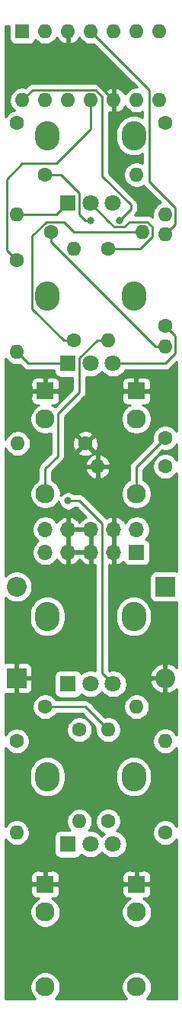
<source format=gbr>
G04 #@! TF.GenerationSoftware,KiCad,Pcbnew,5.1.7-1.fc31*
G04 #@! TF.CreationDate,2021-04-18T18:46:58-04:00*
G04 #@! TF.ProjectId,offsetAttenuverter,6f666673-6574-4417-9474-656e75766572,rev?*
G04 #@! TF.SameCoordinates,Original*
G04 #@! TF.FileFunction,Copper,L2,Bot*
G04 #@! TF.FilePolarity,Positive*
%FSLAX46Y46*%
G04 Gerber Fmt 4.6, Leading zero omitted, Abs format (unit mm)*
G04 Created by KiCad (PCBNEW 5.1.7-1.fc31) date 2021-04-18 18:46:58*
%MOMM*%
%LPD*%
G01*
G04 APERTURE LIST*
G04 #@! TA.AperFunction,ComponentPad*
%ADD10C,2.130000*%
G04 #@! TD*
G04 #@! TA.AperFunction,ComponentPad*
%ADD11R,1.930000X1.830000*%
G04 #@! TD*
G04 #@! TA.AperFunction,ComponentPad*
%ADD12O,1.600000X1.600000*%
G04 #@! TD*
G04 #@! TA.AperFunction,ComponentPad*
%ADD13R,1.600000X1.600000*%
G04 #@! TD*
G04 #@! TA.AperFunction,ComponentPad*
%ADD14O,2.720000X3.240000*%
G04 #@! TD*
G04 #@! TA.AperFunction,ComponentPad*
%ADD15C,1.800000*%
G04 #@! TD*
G04 #@! TA.AperFunction,ComponentPad*
%ADD16R,1.800000X1.800000*%
G04 #@! TD*
G04 #@! TA.AperFunction,ComponentPad*
%ADD17C,1.600000*%
G04 #@! TD*
G04 #@! TA.AperFunction,ComponentPad*
%ADD18O,2.200000X2.200000*%
G04 #@! TD*
G04 #@! TA.AperFunction,ComponentPad*
%ADD19R,2.200000X2.200000*%
G04 #@! TD*
G04 #@! TA.AperFunction,ComponentPad*
%ADD20R,1.700000X1.700000*%
G04 #@! TD*
G04 #@! TA.AperFunction,ComponentPad*
%ADD21O,1.700000X1.700000*%
G04 #@! TD*
G04 #@! TA.AperFunction,ViaPad*
%ADD22C,0.800000*%
G04 #@! TD*
G04 #@! TA.AperFunction,Conductor*
%ADD23C,0.250000*%
G04 #@! TD*
G04 #@! TA.AperFunction,Conductor*
%ADD24C,0.254000*%
G04 #@! TD*
G04 #@! TA.AperFunction,Conductor*
%ADD25C,0.100000*%
G04 #@! TD*
G04 APERTURE END LIST*
D10*
G04 #@! TO.P,J2,T*
G04 #@! TO.N,Net-(J2-PadT)*
X40640000Y-150465000D03*
D11*
G04 #@! TO.P,J2,S*
G04 #@! TO.N,GND*
X40640000Y-139065000D03*
D10*
G04 #@! TO.P,J2,TN*
G04 #@! TO.N,N/C*
X40640000Y-142165000D03*
G04 #@! TD*
D12*
G04 #@! TO.P,U1,14*
G04 #@! TO.N,Net-(R12-Pad1)*
X27940000Y-52070000D03*
G04 #@! TO.P,U1,7*
G04 #@! TO.N,Net-(R11-Pad1)*
X43180000Y-44450000D03*
G04 #@! TO.P,U1,13*
G04 #@! TO.N,Net-(ATTN2-Pad3)*
X30480000Y-52070000D03*
G04 #@! TO.P,U1,6*
G04 #@! TO.N,Net-(ATTN1-Pad3)*
X40640000Y-44450000D03*
G04 #@! TO.P,U1,12*
G04 #@! TO.N,Net-(OFFSET2-Pad2)*
X33020000Y-52070000D03*
G04 #@! TO.P,U1,5*
G04 #@! TO.N,Net-(OFFSET1-Pad2)*
X38100000Y-44450000D03*
G04 #@! TO.P,U1,11*
G04 #@! TO.N,-12V*
X35560000Y-52070000D03*
G04 #@! TO.P,U1,4*
G04 #@! TO.N,+12V*
X35560000Y-44450000D03*
G04 #@! TO.P,U1,10*
G04 #@! TO.N,GND*
X38100000Y-52070000D03*
G04 #@! TO.P,U1,3*
X33020000Y-44450000D03*
G04 #@! TO.P,U1,9*
G04 #@! TO.N,Net-(ATTN2-Pad1)*
X40640000Y-52070000D03*
G04 #@! TO.P,U1,2*
G04 #@! TO.N,Net-(ATTN1-Pad1)*
X30480000Y-44450000D03*
G04 #@! TO.P,U1,8*
G04 #@! TO.N,Net-(R3-Pad1)*
X43180000Y-52070000D03*
D13*
G04 #@! TO.P,U1,1*
G04 #@! TO.N,Net-(R4-Pad1)*
X27940000Y-44450000D03*
G04 #@! TD*
D14*
G04 #@! TO.P,OFFSET1,*
G04 #@! TO.N,*
X30720000Y-73780000D03*
X40320000Y-73780000D03*
D15*
G04 #@! TO.P,OFFSET1,3*
G04 #@! TO.N,Net-(OFFSET1-Pad3)*
X38020000Y-81280000D03*
G04 #@! TO.P,OFFSET1,2*
G04 #@! TO.N,Net-(OFFSET1-Pad2)*
X35520000Y-81280000D03*
D16*
G04 #@! TO.P,OFFSET1,1*
G04 #@! TO.N,Net-(OFFSET1-Pad1)*
X33020000Y-81280000D03*
G04 #@! TD*
D12*
G04 #@! TO.P,R14,2*
G04 #@! TO.N,Net-(R12-Pad1)*
X37465000Y-121920000D03*
D17*
G04 #@! TO.P,R14,1*
G04 #@! TO.N,Net-(J2-PadT)*
X37465000Y-132080000D03*
G04 #@! TD*
D12*
G04 #@! TO.P,R13,2*
G04 #@! TO.N,Net-(R11-Pad1)*
X43815000Y-79375000D03*
D17*
G04 #@! TO.P,R13,1*
G04 #@! TO.N,Net-(OUT1-PadT)*
X43815000Y-89535000D03*
G04 #@! TD*
D12*
G04 #@! TO.P,R12,2*
G04 #@! TO.N,Net-(ATTN2-Pad3)*
X40640000Y-119380000D03*
D17*
G04 #@! TO.P,R12,1*
G04 #@! TO.N,Net-(R12-Pad1)*
X30480000Y-119380000D03*
G04 #@! TD*
D12*
G04 #@! TO.P,R11,2*
G04 #@! TO.N,Net-(ATTN1-Pad3)*
X41275000Y-66675000D03*
D17*
G04 #@! TO.P,R11,1*
G04 #@! TO.N,Net-(R11-Pad1)*
X31115000Y-66675000D03*
G04 #@! TD*
D12*
G04 #@! TO.P,R10,2*
G04 #@! TO.N,Net-(OFFSET2-Pad1)*
X27305000Y-133350000D03*
D17*
G04 #@! TO.P,R10,1*
G04 #@! TO.N,-12V*
X27305000Y-123190000D03*
G04 #@! TD*
D12*
G04 #@! TO.P,R9,2*
G04 #@! TO.N,Net-(OFFSET1-Pad1)*
X27305000Y-80010000D03*
D17*
G04 #@! TO.P,R9,1*
G04 #@! TO.N,-12V*
X27305000Y-69850000D03*
G04 #@! TD*
D12*
G04 #@! TO.P,R8,2*
G04 #@! TO.N,+12V*
X43815000Y-123190000D03*
D17*
G04 #@! TO.P,R8,1*
G04 #@! TO.N,Net-(OFFSET2-Pad3)*
X43815000Y-133350000D03*
G04 #@! TD*
D12*
G04 #@! TO.P,R7,2*
G04 #@! TO.N,+12V*
X43832847Y-66951372D03*
D17*
G04 #@! TO.P,R7,1*
G04 #@! TO.N,Net-(OFFSET1-Pad3)*
X43832847Y-77111372D03*
G04 #@! TD*
D12*
G04 #@! TO.P,R6,2*
G04 #@! TO.N,Net-(R3-Pad1)*
X40640000Y-60325000D03*
D17*
G04 #@! TO.P,R6,1*
G04 #@! TO.N,Net-(ATTN2-Pad3)*
X30480000Y-60325000D03*
G04 #@! TD*
D12*
G04 #@! TO.P,R5,2*
G04 #@! TO.N,Net-(R4-Pad1)*
X33655000Y-68580000D03*
D17*
G04 #@! TO.P,R5,1*
G04 #@! TO.N,Net-(ATTN1-Pad3)*
X33655000Y-78740000D03*
G04 #@! TD*
D12*
G04 #@! TO.P,R4,2*
G04 #@! TO.N,Net-(ATTN1-Pad1)*
X27305000Y-64770000D03*
D17*
G04 #@! TO.P,R4,1*
G04 #@! TO.N,Net-(R4-Pad1)*
X27305000Y-54610000D03*
G04 #@! TD*
D12*
G04 #@! TO.P,R3,2*
G04 #@! TO.N,Net-(ATTN2-Pad1)*
X43815000Y-64770000D03*
D17*
G04 #@! TO.P,R3,1*
G04 #@! TO.N,Net-(R3-Pad1)*
X43815000Y-54610000D03*
G04 #@! TD*
D12*
G04 #@! TO.P,R2,2*
G04 #@! TO.N,Net-(IN2-PadT)*
X34290000Y-132080000D03*
D17*
G04 #@! TO.P,R2,1*
G04 #@! TO.N,Net-(ATTN2-Pad2)*
X34290000Y-121920000D03*
G04 #@! TD*
D12*
G04 #@! TO.P,R1,2*
G04 #@! TO.N,Net-(IN1-PadT)*
X37465000Y-78740000D03*
D17*
G04 #@! TO.P,R1,1*
G04 #@! TO.N,Net-(ATTN1-Pad2)*
X37465000Y-68580000D03*
G04 #@! TD*
D10*
G04 #@! TO.P,OUT1,T*
G04 #@! TO.N,Net-(OUT1-PadT)*
X40601556Y-95736448D03*
D11*
G04 #@! TO.P,OUT1,S*
G04 #@! TO.N,GND*
X40601556Y-84336448D03*
D10*
G04 #@! TO.P,OUT1,TN*
G04 #@! TO.N,N/C*
X40601556Y-87436448D03*
G04 #@! TD*
D14*
G04 #@! TO.P,OFFSET2,*
G04 #@! TO.N,*
X30720000Y-127120000D03*
X40320000Y-127120000D03*
D15*
G04 #@! TO.P,OFFSET2,3*
G04 #@! TO.N,Net-(OFFSET2-Pad3)*
X38020000Y-134620000D03*
G04 #@! TO.P,OFFSET2,2*
G04 #@! TO.N,Net-(OFFSET2-Pad2)*
X35520000Y-134620000D03*
D16*
G04 #@! TO.P,OFFSET2,1*
G04 #@! TO.N,Net-(OFFSET2-Pad1)*
X33020000Y-134620000D03*
G04 #@! TD*
D10*
G04 #@! TO.P,IN2,T*
G04 #@! TO.N,Net-(IN2-PadT)*
X30480000Y-150465000D03*
D11*
G04 #@! TO.P,IN2,S*
G04 #@! TO.N,GND*
X30480000Y-139065000D03*
D10*
G04 #@! TO.P,IN2,TN*
G04 #@! TO.N,N/C*
X30480000Y-142165000D03*
G04 #@! TD*
G04 #@! TO.P,IN1,T*
G04 #@! TO.N,Net-(IN1-PadT)*
X30482520Y-95739119D03*
D11*
G04 #@! TO.P,IN1,S*
G04 #@! TO.N,GND*
X30482520Y-84339119D03*
D10*
G04 #@! TO.P,IN1,TN*
G04 #@! TO.N,N/C*
X30482520Y-87439119D03*
G04 #@! TD*
D18*
G04 #@! TO.P,D2,2*
G04 #@! TO.N,-12V*
X27305000Y-106045000D03*
D19*
G04 #@! TO.P,D2,1*
G04 #@! TO.N,GND*
X27305000Y-116205000D03*
G04 #@! TD*
D18*
G04 #@! TO.P,D1,2*
G04 #@! TO.N,GND*
X43815000Y-116205000D03*
D19*
G04 #@! TO.P,D1,1*
G04 #@! TO.N,+12V*
X43815000Y-106045000D03*
G04 #@! TD*
D12*
G04 #@! TO.P,C2,2*
G04 #@! TO.N,-12V*
X27425000Y-90170000D03*
D17*
G04 #@! TO.P,C2,1*
G04 #@! TO.N,GND*
X34925000Y-90170000D03*
G04 #@! TD*
D12*
G04 #@! TO.P,C1,2*
G04 #@! TO.N,GND*
X36315000Y-92710000D03*
D17*
G04 #@! TO.P,C1,1*
G04 #@! TO.N,+12V*
X43815000Y-92710000D03*
G04 #@! TD*
D14*
G04 #@! TO.P,ATTN2,*
G04 #@! TO.N,*
X30720000Y-109340000D03*
X40320000Y-109340000D03*
D15*
G04 #@! TO.P,ATTN2,3*
G04 #@! TO.N,Net-(ATTN2-Pad3)*
X38020000Y-116840000D03*
G04 #@! TO.P,ATTN2,2*
G04 #@! TO.N,Net-(ATTN2-Pad2)*
X35520000Y-116840000D03*
D16*
G04 #@! TO.P,ATTN2,1*
G04 #@! TO.N,Net-(ATTN2-Pad1)*
X33020000Y-116840000D03*
G04 #@! TD*
D14*
G04 #@! TO.P,ATTN1,*
G04 #@! TO.N,*
X30720000Y-56000000D03*
X40320000Y-56000000D03*
D15*
G04 #@! TO.P,ATTN1,3*
G04 #@! TO.N,Net-(ATTN1-Pad3)*
X38020000Y-63500000D03*
G04 #@! TO.P,ATTN1,2*
G04 #@! TO.N,Net-(ATTN1-Pad2)*
X35520000Y-63500000D03*
D16*
G04 #@! TO.P,ATTN1,1*
G04 #@! TO.N,Net-(ATTN1-Pad1)*
X33020000Y-63500000D03*
G04 #@! TD*
D20*
G04 #@! TO.P,J1,1*
G04 #@! TO.N,+12V*
X40640000Y-102235000D03*
D21*
G04 #@! TO.P,J1,2*
X40640000Y-99695000D03*
G04 #@! TO.P,J1,3*
G04 #@! TO.N,GND*
X38100000Y-102235000D03*
G04 #@! TO.P,J1,4*
X38100000Y-99695000D03*
G04 #@! TO.P,J1,5*
X35560000Y-102235000D03*
G04 #@! TO.P,J1,6*
X35560000Y-99695000D03*
G04 #@! TO.P,J1,7*
X33020000Y-102235000D03*
G04 #@! TO.P,J1,8*
X33020000Y-99695000D03*
G04 #@! TO.P,J1,9*
G04 #@! TO.N,-12V*
X30480000Y-102235000D03*
G04 #@! TO.P,J1,10*
X30480000Y-99695000D03*
G04 #@! TD*
D22*
G04 #@! TO.N,Net-(ATTN2-Pad3)*
X35560000Y-65405000D03*
X33020000Y-96520000D03*
G04 #@! TO.N,Net-(R12-Pad1)*
X38735000Y-65405000D03*
G04 #@! TD*
D23*
G04 #@! TO.N,Net-(ATTN1-Pad3)*
X32523630Y-78740000D02*
X33655000Y-78740000D01*
X29034990Y-75251360D02*
X32523630Y-78740000D01*
X32529999Y-65549999D02*
X30574999Y-65549999D01*
X41275000Y-66675000D02*
X33655000Y-66675000D01*
X33655000Y-66675000D02*
X32529999Y-65549999D01*
X29034990Y-67090008D02*
X29034990Y-75251360D01*
X30574999Y-65549999D02*
X29034990Y-67090008D01*
G04 #@! TO.N,Net-(ATTN1-Pad2)*
X41035002Y-68580000D02*
X37465000Y-68580000D01*
X42400001Y-67215001D02*
X41035002Y-68580000D01*
X42400001Y-66134999D02*
X42400001Y-67215001D01*
X41815001Y-65549999D02*
X42400001Y-66134999D01*
X35520000Y-63500000D02*
X37569999Y-65549999D01*
X41815001Y-65549999D02*
X39860001Y-65549999D01*
X39279999Y-66130001D02*
X38150001Y-66130001D01*
X38150001Y-66130001D02*
X37569999Y-65549999D01*
X39860001Y-65549999D02*
X39279999Y-66130001D01*
G04 #@! TO.N,Net-(ATTN1-Pad1)*
X31750000Y-64770000D02*
X33020000Y-63500000D01*
X27305000Y-64770000D02*
X31750000Y-64770000D01*
G04 #@! TO.N,Net-(ATTN2-Pad3)*
X34294999Y-62389997D02*
X34294999Y-64774999D01*
X30480000Y-60325000D02*
X32230002Y-60325000D01*
X32230002Y-60325000D02*
X34294999Y-62389997D01*
X34294999Y-64774999D02*
X34925000Y-65405000D01*
X34925000Y-65405000D02*
X35560000Y-65405000D01*
X35560000Y-65405000D02*
X35560000Y-65405000D01*
X34290000Y-96520000D02*
X36830000Y-99060000D01*
X33020000Y-96520000D02*
X34290000Y-96520000D01*
X36830000Y-115650000D02*
X38020000Y-116840000D01*
X36830000Y-99060000D02*
X36830000Y-115650000D01*
G04 #@! TO.N,GND*
X33020000Y-46990000D02*
X38100000Y-52070000D01*
X33020000Y-44450000D02*
X33020000Y-46990000D01*
G04 #@! TO.N,+12V*
X44940001Y-65844218D02*
X43832847Y-66951372D01*
X42054999Y-61104999D02*
X44940001Y-63990001D01*
X44940001Y-63990001D02*
X44940001Y-65844218D01*
X42054999Y-50944999D02*
X42054999Y-61104999D01*
X35560000Y-44450000D02*
X42054999Y-50944999D01*
G04 #@! TO.N,-12V*
X26179999Y-68724999D02*
X27305000Y-69850000D01*
X35560000Y-52070000D02*
X35560000Y-55245000D01*
X27940000Y-59055000D02*
X26179999Y-60815001D01*
X35560000Y-55245000D02*
X31750000Y-59055000D01*
X31750000Y-59055000D02*
X27940000Y-59055000D01*
X26179999Y-60815001D02*
X26179999Y-68724999D01*
G04 #@! TO.N,Net-(IN1-PadT)*
X30482520Y-92947478D02*
X30482520Y-95739119D01*
X31872521Y-91557477D02*
X31872521Y-86872479D01*
X30482520Y-92947478D02*
X31872521Y-91557477D01*
X34290000Y-80696998D02*
X36246998Y-78740000D01*
X34290000Y-84455000D02*
X34290000Y-80696998D01*
X36246998Y-78740000D02*
X37465000Y-78740000D01*
X31872521Y-86872479D02*
X34290000Y-84455000D01*
G04 #@! TO.N,Net-(OUT1-PadT)*
X40601556Y-92748444D02*
X43815000Y-89535000D01*
X40601556Y-95736448D02*
X40601556Y-92748444D01*
G04 #@! TO.N,Net-(R11-Pad1)*
X42683630Y-79375000D02*
X43815000Y-79375000D01*
X31115000Y-67806370D02*
X42683630Y-79375000D01*
X31115000Y-66675000D02*
X31115000Y-67806370D01*
G04 #@! TO.N,Net-(R12-Pad1)*
X34925000Y-119380000D02*
X37465000Y-121920000D01*
X30480000Y-119380000D02*
X34925000Y-119380000D01*
X38735000Y-65405000D02*
X40005000Y-64135000D01*
X29065001Y-50944999D02*
X27940000Y-52070000D01*
X36830000Y-51674998D02*
X36100001Y-50944999D01*
X36830000Y-60496998D02*
X36830000Y-51674998D01*
X40005000Y-63671998D02*
X36830000Y-60496998D01*
X36100001Y-50944999D02*
X29065001Y-50944999D01*
X40005000Y-64135000D02*
X40005000Y-63671998D01*
G04 #@! TO.N,Net-(OFFSET1-Pad3)*
X38020000Y-81280000D02*
X43815000Y-81280000D01*
X44940001Y-78218526D02*
X43832847Y-77111372D01*
X44940001Y-80154999D02*
X44940001Y-78218526D01*
X43815000Y-81280000D02*
X44940001Y-80154999D01*
G04 #@! TO.N,Net-(OFFSET1-Pad1)*
X28575000Y-81280000D02*
X27305000Y-80010000D01*
X33020000Y-81280000D02*
X28575000Y-81280000D01*
G04 #@! TD*
D24*
G04 #@! TO.N,GND*
X26190363Y-80924759D02*
X26390241Y-81124637D01*
X26625273Y-81281680D01*
X26886426Y-81389853D01*
X27163665Y-81445000D01*
X27446335Y-81445000D01*
X27628886Y-81408688D01*
X28011201Y-81791003D01*
X28034999Y-81820001D01*
X28150724Y-81914974D01*
X28282753Y-81985546D01*
X28426014Y-82029003D01*
X28537667Y-82040000D01*
X28537676Y-82040000D01*
X28574999Y-82043676D01*
X28612322Y-82040000D01*
X31481928Y-82040000D01*
X31481928Y-82180000D01*
X31494188Y-82304482D01*
X31530498Y-82424180D01*
X31589463Y-82534494D01*
X31668815Y-82631185D01*
X31765506Y-82710537D01*
X31875820Y-82769502D01*
X31995518Y-82805812D01*
X32120000Y-82818072D01*
X33530000Y-82818072D01*
X33530000Y-84140198D01*
X31557425Y-86112774D01*
X31287772Y-85932598D01*
X31187380Y-85891014D01*
X31447520Y-85892191D01*
X31572002Y-85879931D01*
X31691700Y-85843621D01*
X31802014Y-85784656D01*
X31898705Y-85705304D01*
X31978057Y-85608613D01*
X32037022Y-85498299D01*
X32073332Y-85378601D01*
X32085592Y-85254119D01*
X32082520Y-84624869D01*
X31923770Y-84466119D01*
X30609520Y-84466119D01*
X30609520Y-84486119D01*
X30355520Y-84486119D01*
X30355520Y-84466119D01*
X29041270Y-84466119D01*
X28882520Y-84624869D01*
X28879448Y-85254119D01*
X28891708Y-85378601D01*
X28928018Y-85498299D01*
X28986983Y-85608613D01*
X29066335Y-85705304D01*
X29163026Y-85784656D01*
X29273340Y-85843621D01*
X29393038Y-85879931D01*
X29517520Y-85892191D01*
X29777660Y-85891014D01*
X29677268Y-85932598D01*
X29398833Y-86118642D01*
X29162043Y-86355432D01*
X28975999Y-86633867D01*
X28847850Y-86943247D01*
X28782520Y-87271684D01*
X28782520Y-87606554D01*
X28847850Y-87934991D01*
X28975999Y-88244371D01*
X29162043Y-88522806D01*
X29398833Y-88759596D01*
X29677268Y-88945640D01*
X29986648Y-89073789D01*
X30315085Y-89139119D01*
X30649955Y-89139119D01*
X30978392Y-89073789D01*
X31112522Y-89018231D01*
X31112521Y-91242675D01*
X29971523Y-92383674D01*
X29942519Y-92407477D01*
X29902536Y-92456197D01*
X29847546Y-92523202D01*
X29776975Y-92655231D01*
X29776974Y-92655232D01*
X29733517Y-92798493D01*
X29722520Y-92910146D01*
X29722520Y-92910156D01*
X29718844Y-92947478D01*
X29722520Y-92984801D01*
X29722520Y-94213854D01*
X29677268Y-94232598D01*
X29398833Y-94418642D01*
X29162043Y-94655432D01*
X28975999Y-94933867D01*
X28847850Y-95243247D01*
X28782520Y-95571684D01*
X28782520Y-95906554D01*
X28847850Y-96234991D01*
X28975999Y-96544371D01*
X29162043Y-96822806D01*
X29398833Y-97059596D01*
X29677268Y-97245640D01*
X29986648Y-97373789D01*
X30315085Y-97439119D01*
X30649955Y-97439119D01*
X30978392Y-97373789D01*
X31287772Y-97245640D01*
X31566207Y-97059596D01*
X31802997Y-96822806D01*
X31985000Y-96550419D01*
X31985000Y-96621939D01*
X32024774Y-96821898D01*
X32102795Y-97010256D01*
X32216063Y-97179774D01*
X32360226Y-97323937D01*
X32529744Y-97437205D01*
X32718102Y-97515226D01*
X32918061Y-97555000D01*
X33121939Y-97555000D01*
X33321898Y-97515226D01*
X33510256Y-97437205D01*
X33679774Y-97323937D01*
X33723711Y-97280000D01*
X33975199Y-97280000D01*
X35013547Y-98318349D01*
X34793080Y-98423359D01*
X34559731Y-98597412D01*
X34364822Y-98813645D01*
X34290000Y-98939255D01*
X34215178Y-98813645D01*
X34020269Y-98597412D01*
X33786920Y-98423359D01*
X33524099Y-98298175D01*
X33376890Y-98253524D01*
X33147000Y-98374845D01*
X33147000Y-99568000D01*
X35433000Y-99568000D01*
X35433000Y-99548000D01*
X35687000Y-99548000D01*
X35687000Y-99568000D01*
X35707000Y-99568000D01*
X35707000Y-99822000D01*
X35687000Y-99822000D01*
X35687000Y-102108000D01*
X35707000Y-102108000D01*
X35707000Y-102362000D01*
X35687000Y-102362000D01*
X35687000Y-103555155D01*
X35916890Y-103676476D01*
X36064099Y-103631825D01*
X36070000Y-103629014D01*
X36070001Y-115406346D01*
X35967743Y-115363989D01*
X35671184Y-115305000D01*
X35368816Y-115305000D01*
X35072257Y-115363989D01*
X34792905Y-115479701D01*
X34541495Y-115647688D01*
X34503880Y-115685303D01*
X34450537Y-115585506D01*
X34371185Y-115488815D01*
X34274494Y-115409463D01*
X34164180Y-115350498D01*
X34044482Y-115314188D01*
X33920000Y-115301928D01*
X32120000Y-115301928D01*
X31995518Y-115314188D01*
X31875820Y-115350498D01*
X31765506Y-115409463D01*
X31668815Y-115488815D01*
X31589463Y-115585506D01*
X31530498Y-115695820D01*
X31494188Y-115815518D01*
X31481928Y-115940000D01*
X31481928Y-117740000D01*
X31494188Y-117864482D01*
X31530498Y-117984180D01*
X31589463Y-118094494D01*
X31668815Y-118191185D01*
X31765506Y-118270537D01*
X31875820Y-118329502D01*
X31995518Y-118365812D01*
X32120000Y-118378072D01*
X33920000Y-118378072D01*
X34044482Y-118365812D01*
X34164180Y-118329502D01*
X34274494Y-118270537D01*
X34371185Y-118191185D01*
X34450537Y-118094494D01*
X34503880Y-117994697D01*
X34541495Y-118032312D01*
X34792905Y-118200299D01*
X35072257Y-118316011D01*
X35368816Y-118375000D01*
X35671184Y-118375000D01*
X35967743Y-118316011D01*
X36247095Y-118200299D01*
X36498505Y-118032312D01*
X36712312Y-117818505D01*
X36770000Y-117732169D01*
X36827688Y-117818505D01*
X37041495Y-118032312D01*
X37292905Y-118200299D01*
X37572257Y-118316011D01*
X37868816Y-118375000D01*
X38171184Y-118375000D01*
X38467743Y-118316011D01*
X38747095Y-118200299D01*
X38998505Y-118032312D01*
X39212312Y-117818505D01*
X39380299Y-117567095D01*
X39496011Y-117287743D01*
X39555000Y-116991184D01*
X39555000Y-116688816D01*
X39537557Y-116601123D01*
X42125821Y-116601123D01*
X42235558Y-116923054D01*
X42405992Y-117217391D01*
X42630573Y-117472822D01*
X42900671Y-117679531D01*
X43205906Y-117829575D01*
X43418878Y-117894175D01*
X43688000Y-117776125D01*
X43688000Y-116332000D01*
X42243400Y-116332000D01*
X42125821Y-116601123D01*
X39537557Y-116601123D01*
X39496011Y-116392257D01*
X39380299Y-116112905D01*
X39212312Y-115861495D01*
X39159694Y-115808877D01*
X42125821Y-115808877D01*
X42243400Y-116078000D01*
X43688000Y-116078000D01*
X43688000Y-114633875D01*
X43418878Y-114515825D01*
X43205906Y-114580425D01*
X42900671Y-114730469D01*
X42630573Y-114937178D01*
X42405992Y-115192609D01*
X42235558Y-115486946D01*
X42125821Y-115808877D01*
X39159694Y-115808877D01*
X38998505Y-115647688D01*
X38747095Y-115479701D01*
X38467743Y-115363989D01*
X38171184Y-115305000D01*
X37868816Y-115305000D01*
X37611070Y-115356269D01*
X37590000Y-115335199D01*
X37590000Y-108982002D01*
X38325000Y-108982002D01*
X38325000Y-109697997D01*
X38353867Y-109991087D01*
X38467943Y-110367146D01*
X38653193Y-110713725D01*
X38902497Y-111017503D01*
X39206275Y-111266807D01*
X39552853Y-111452057D01*
X39928912Y-111566133D01*
X40320000Y-111604652D01*
X40711087Y-111566133D01*
X41087146Y-111452057D01*
X41433725Y-111266807D01*
X41737503Y-111017503D01*
X41986807Y-110713725D01*
X42172057Y-110367147D01*
X42286133Y-109991088D01*
X42315000Y-109697998D01*
X42315000Y-108982003D01*
X42286133Y-108688913D01*
X42172057Y-108312853D01*
X41986807Y-107966275D01*
X41737503Y-107662497D01*
X41433725Y-107413193D01*
X41087147Y-107227943D01*
X40711088Y-107113867D01*
X40320000Y-107075348D01*
X39928913Y-107113867D01*
X39552854Y-107227943D01*
X39206276Y-107413193D01*
X38902498Y-107662497D01*
X38653193Y-107966275D01*
X38467943Y-108312853D01*
X38353867Y-108688912D01*
X38325000Y-108982002D01*
X37590000Y-108982002D01*
X37590000Y-103629014D01*
X37595901Y-103631825D01*
X37743110Y-103676476D01*
X37973000Y-103555155D01*
X37973000Y-102362000D01*
X37953000Y-102362000D01*
X37953000Y-102108000D01*
X37973000Y-102108000D01*
X37973000Y-99822000D01*
X37953000Y-99822000D01*
X37953000Y-99568000D01*
X37973000Y-99568000D01*
X37973000Y-98374845D01*
X38227000Y-98374845D01*
X38227000Y-99568000D01*
X38247000Y-99568000D01*
X38247000Y-99822000D01*
X38227000Y-99822000D01*
X38227000Y-102108000D01*
X38247000Y-102108000D01*
X38247000Y-102362000D01*
X38227000Y-102362000D01*
X38227000Y-103555155D01*
X38456890Y-103676476D01*
X38604099Y-103631825D01*
X38866920Y-103506641D01*
X39100269Y-103332588D01*
X39176034Y-103248534D01*
X39200498Y-103329180D01*
X39259463Y-103439494D01*
X39338815Y-103536185D01*
X39435506Y-103615537D01*
X39545820Y-103674502D01*
X39665518Y-103710812D01*
X39790000Y-103723072D01*
X41490000Y-103723072D01*
X41614482Y-103710812D01*
X41734180Y-103674502D01*
X41844494Y-103615537D01*
X41941185Y-103536185D01*
X42020537Y-103439494D01*
X42079502Y-103329180D01*
X42115812Y-103209482D01*
X42128072Y-103085000D01*
X42128072Y-101385000D01*
X42115812Y-101260518D01*
X42079502Y-101140820D01*
X42020537Y-101030506D01*
X41941185Y-100933815D01*
X41844494Y-100854463D01*
X41734180Y-100795498D01*
X41661620Y-100773487D01*
X41793475Y-100641632D01*
X41955990Y-100398411D01*
X42067932Y-100128158D01*
X42125000Y-99841260D01*
X42125000Y-99548740D01*
X42067932Y-99261842D01*
X41955990Y-98991589D01*
X41793475Y-98748368D01*
X41586632Y-98541525D01*
X41343411Y-98379010D01*
X41073158Y-98267068D01*
X40786260Y-98210000D01*
X40493740Y-98210000D01*
X40206842Y-98267068D01*
X39936589Y-98379010D01*
X39693368Y-98541525D01*
X39486525Y-98748368D01*
X39364805Y-98930534D01*
X39295178Y-98813645D01*
X39100269Y-98597412D01*
X38866920Y-98423359D01*
X38604099Y-98298175D01*
X38456890Y-98253524D01*
X38227000Y-98374845D01*
X37973000Y-98374845D01*
X37743110Y-98253524D01*
X37595901Y-98298175D01*
X37333080Y-98423359D01*
X37295897Y-98451094D01*
X34853804Y-96009003D01*
X34830001Y-95979999D01*
X34714276Y-95885026D01*
X34582247Y-95814454D01*
X34438986Y-95770997D01*
X34327333Y-95760000D01*
X34327322Y-95760000D01*
X34290000Y-95756324D01*
X34252678Y-95760000D01*
X33723711Y-95760000D01*
X33679774Y-95716063D01*
X33510256Y-95602795D01*
X33321898Y-95524774D01*
X33121939Y-95485000D01*
X32918061Y-95485000D01*
X32718102Y-95524774D01*
X32529744Y-95602795D01*
X32360226Y-95716063D01*
X32216063Y-95860226D01*
X32181423Y-95912068D01*
X32182520Y-95906554D01*
X32182520Y-95571684D01*
X32117190Y-95243247D01*
X31989041Y-94933867D01*
X31802997Y-94655432D01*
X31566207Y-94418642D01*
X31287772Y-94232598D01*
X31242520Y-94213854D01*
X31242520Y-93262279D01*
X31445760Y-93059039D01*
X34923096Y-93059039D01*
X34963754Y-93193087D01*
X35083963Y-93447420D01*
X35251481Y-93673414D01*
X35459869Y-93862385D01*
X35701119Y-94007070D01*
X35965960Y-94101909D01*
X36188000Y-93980624D01*
X36188000Y-92837000D01*
X36442000Y-92837000D01*
X36442000Y-93980624D01*
X36664040Y-94101909D01*
X36928881Y-94007070D01*
X37170131Y-93862385D01*
X37378519Y-93673414D01*
X37546037Y-93447420D01*
X37666246Y-93193087D01*
X37706904Y-93059039D01*
X37584915Y-92837000D01*
X36442000Y-92837000D01*
X36188000Y-92837000D01*
X35045085Y-92837000D01*
X34923096Y-93059039D01*
X31445760Y-93059039D01*
X32143838Y-92360961D01*
X34923096Y-92360961D01*
X35045085Y-92583000D01*
X36188000Y-92583000D01*
X36188000Y-91439376D01*
X36442000Y-91439376D01*
X36442000Y-92583000D01*
X37584915Y-92583000D01*
X37706904Y-92360961D01*
X37666246Y-92226913D01*
X37546037Y-91972580D01*
X37378519Y-91746586D01*
X37170131Y-91557615D01*
X36928881Y-91412930D01*
X36664040Y-91318091D01*
X36442000Y-91439376D01*
X36188000Y-91439376D01*
X35965960Y-91318091D01*
X35701119Y-91412930D01*
X35459869Y-91557615D01*
X35251481Y-91746586D01*
X35083963Y-91972580D01*
X34963754Y-92226913D01*
X34923096Y-92360961D01*
X32143838Y-92360961D01*
X32383525Y-92121275D01*
X32412522Y-92097478D01*
X32507495Y-91981753D01*
X32578067Y-91849724D01*
X32621524Y-91706463D01*
X32632521Y-91594810D01*
X32632521Y-91594801D01*
X32636197Y-91557478D01*
X32632521Y-91520155D01*
X32632521Y-91162702D01*
X34111903Y-91162702D01*
X34183486Y-91406671D01*
X34438996Y-91527571D01*
X34713184Y-91596300D01*
X34995512Y-91610217D01*
X35275130Y-91568787D01*
X35541292Y-91473603D01*
X35666514Y-91406671D01*
X35738097Y-91162702D01*
X34925000Y-90349605D01*
X34111903Y-91162702D01*
X32632521Y-91162702D01*
X32632521Y-90240512D01*
X33484783Y-90240512D01*
X33526213Y-90520130D01*
X33621397Y-90786292D01*
X33688329Y-90911514D01*
X33932298Y-90983097D01*
X34745395Y-90170000D01*
X35104605Y-90170000D01*
X35917702Y-90983097D01*
X36161671Y-90911514D01*
X36282571Y-90656004D01*
X36351300Y-90381816D01*
X36365217Y-90099488D01*
X36323787Y-89819870D01*
X36228603Y-89553708D01*
X36161671Y-89428486D01*
X35917702Y-89356903D01*
X35104605Y-90170000D01*
X34745395Y-90170000D01*
X33932298Y-89356903D01*
X33688329Y-89428486D01*
X33567429Y-89683996D01*
X33498700Y-89958184D01*
X33484783Y-90240512D01*
X32632521Y-90240512D01*
X32632521Y-89177298D01*
X34111903Y-89177298D01*
X34925000Y-89990395D01*
X35738097Y-89177298D01*
X35666514Y-88933329D01*
X35411004Y-88812429D01*
X35136816Y-88743700D01*
X34854488Y-88729783D01*
X34574870Y-88771213D01*
X34308708Y-88866397D01*
X34183486Y-88933329D01*
X34111903Y-89177298D01*
X32632521Y-89177298D01*
X32632521Y-87269013D01*
X38901556Y-87269013D01*
X38901556Y-87603883D01*
X38966886Y-87932320D01*
X39095035Y-88241700D01*
X39281079Y-88520135D01*
X39517869Y-88756925D01*
X39796304Y-88942969D01*
X40105684Y-89071118D01*
X40434121Y-89136448D01*
X40768991Y-89136448D01*
X41097428Y-89071118D01*
X41406808Y-88942969D01*
X41685243Y-88756925D01*
X41922033Y-88520135D01*
X42108077Y-88241700D01*
X42236226Y-87932320D01*
X42301556Y-87603883D01*
X42301556Y-87269013D01*
X42236226Y-86940576D01*
X42108077Y-86631196D01*
X41922033Y-86352761D01*
X41685243Y-86115971D01*
X41406808Y-85929927D01*
X41306416Y-85888343D01*
X41566556Y-85889520D01*
X41691038Y-85877260D01*
X41810736Y-85840950D01*
X41921050Y-85781985D01*
X42017741Y-85702633D01*
X42097093Y-85605942D01*
X42156058Y-85495628D01*
X42192368Y-85375930D01*
X42204628Y-85251448D01*
X42201556Y-84622198D01*
X42042806Y-84463448D01*
X40728556Y-84463448D01*
X40728556Y-84483448D01*
X40474556Y-84483448D01*
X40474556Y-84463448D01*
X39160306Y-84463448D01*
X39001556Y-84622198D01*
X38998484Y-85251448D01*
X39010744Y-85375930D01*
X39047054Y-85495628D01*
X39106019Y-85605942D01*
X39185371Y-85702633D01*
X39282062Y-85781985D01*
X39392376Y-85840950D01*
X39512074Y-85877260D01*
X39636556Y-85889520D01*
X39896696Y-85888343D01*
X39796304Y-85929927D01*
X39517869Y-86115971D01*
X39281079Y-86352761D01*
X39095035Y-86631196D01*
X38966886Y-86940576D01*
X38901556Y-87269013D01*
X32632521Y-87269013D01*
X32632521Y-87187280D01*
X34801004Y-85018798D01*
X34830001Y-84995001D01*
X34924974Y-84879276D01*
X34995546Y-84747247D01*
X35039003Y-84603986D01*
X35050000Y-84492333D01*
X35050000Y-84492332D01*
X35053677Y-84455000D01*
X35050000Y-84417667D01*
X35050000Y-83421448D01*
X38998484Y-83421448D01*
X39001556Y-84050698D01*
X39160306Y-84209448D01*
X40474556Y-84209448D01*
X40474556Y-82945198D01*
X40728556Y-82945198D01*
X40728556Y-84209448D01*
X42042806Y-84209448D01*
X42201556Y-84050698D01*
X42204628Y-83421448D01*
X42192368Y-83296966D01*
X42156058Y-83177268D01*
X42097093Y-83066954D01*
X42017741Y-82970263D01*
X41921050Y-82890911D01*
X41810736Y-82831946D01*
X41691038Y-82795636D01*
X41566556Y-82783376D01*
X40887306Y-82786448D01*
X40728556Y-82945198D01*
X40474556Y-82945198D01*
X40315806Y-82786448D01*
X39636556Y-82783376D01*
X39512074Y-82795636D01*
X39392376Y-82831946D01*
X39282062Y-82890911D01*
X39185371Y-82970263D01*
X39106019Y-83066954D01*
X39047054Y-83177268D01*
X39010744Y-83296966D01*
X38998484Y-83421448D01*
X35050000Y-83421448D01*
X35050000Y-82746792D01*
X35072257Y-82756011D01*
X35368816Y-82815000D01*
X35671184Y-82815000D01*
X35967743Y-82756011D01*
X36247095Y-82640299D01*
X36498505Y-82472312D01*
X36712312Y-82258505D01*
X36770000Y-82172169D01*
X36827688Y-82258505D01*
X37041495Y-82472312D01*
X37292905Y-82640299D01*
X37572257Y-82756011D01*
X37868816Y-82815000D01*
X38171184Y-82815000D01*
X38467743Y-82756011D01*
X38747095Y-82640299D01*
X38998505Y-82472312D01*
X39212312Y-82258505D01*
X39358313Y-82040000D01*
X43777678Y-82040000D01*
X43815000Y-82043676D01*
X43852322Y-82040000D01*
X43852333Y-82040000D01*
X43963986Y-82029003D01*
X44107247Y-81985546D01*
X44239276Y-81914974D01*
X44355001Y-81820001D01*
X44378804Y-81790998D01*
X45060001Y-81109801D01*
X45060001Y-88815344D01*
X44929637Y-88620241D01*
X44729759Y-88420363D01*
X44494727Y-88263320D01*
X44233574Y-88155147D01*
X43956335Y-88100000D01*
X43673665Y-88100000D01*
X43396426Y-88155147D01*
X43135273Y-88263320D01*
X42900241Y-88420363D01*
X42700363Y-88620241D01*
X42543320Y-88855273D01*
X42435147Y-89116426D01*
X42380000Y-89393665D01*
X42380000Y-89676335D01*
X42416312Y-89858886D01*
X40090554Y-92184645D01*
X40061556Y-92208443D01*
X40037758Y-92237441D01*
X40037757Y-92237442D01*
X39966582Y-92324168D01*
X39896010Y-92456198D01*
X39875685Y-92523203D01*
X39857547Y-92583000D01*
X39852554Y-92599459D01*
X39837880Y-92748444D01*
X39841557Y-92785776D01*
X39841557Y-94211183D01*
X39796304Y-94229927D01*
X39517869Y-94415971D01*
X39281079Y-94652761D01*
X39095035Y-94931196D01*
X38966886Y-95240576D01*
X38901556Y-95569013D01*
X38901556Y-95903883D01*
X38966886Y-96232320D01*
X39095035Y-96541700D01*
X39281079Y-96820135D01*
X39517869Y-97056925D01*
X39796304Y-97242969D01*
X40105684Y-97371118D01*
X40434121Y-97436448D01*
X40768991Y-97436448D01*
X41097428Y-97371118D01*
X41406808Y-97242969D01*
X41685243Y-97056925D01*
X41922033Y-96820135D01*
X42108077Y-96541700D01*
X42236226Y-96232320D01*
X42301556Y-95903883D01*
X42301556Y-95569013D01*
X42236226Y-95240576D01*
X42108077Y-94931196D01*
X41922033Y-94652761D01*
X41685243Y-94415971D01*
X41406808Y-94229927D01*
X41361556Y-94211183D01*
X41361556Y-93063245D01*
X43491114Y-90933688D01*
X43673665Y-90970000D01*
X43956335Y-90970000D01*
X44233574Y-90914853D01*
X44494727Y-90806680D01*
X44729759Y-90649637D01*
X44929637Y-90449759D01*
X45060001Y-90254656D01*
X45060001Y-91990344D01*
X44929637Y-91795241D01*
X44729759Y-91595363D01*
X44494727Y-91438320D01*
X44233574Y-91330147D01*
X43956335Y-91275000D01*
X43673665Y-91275000D01*
X43396426Y-91330147D01*
X43135273Y-91438320D01*
X42900241Y-91595363D01*
X42700363Y-91795241D01*
X42543320Y-92030273D01*
X42435147Y-92291426D01*
X42380000Y-92568665D01*
X42380000Y-92851335D01*
X42435147Y-93128574D01*
X42543320Y-93389727D01*
X42700363Y-93624759D01*
X42900241Y-93824637D01*
X43135273Y-93981680D01*
X43396426Y-94089853D01*
X43673665Y-94145000D01*
X43956335Y-94145000D01*
X44233574Y-94089853D01*
X44494727Y-93981680D01*
X44729759Y-93824637D01*
X44929637Y-93624759D01*
X45060001Y-93429656D01*
X45060000Y-104325412D01*
X45039482Y-104319188D01*
X44915000Y-104306928D01*
X42715000Y-104306928D01*
X42590518Y-104319188D01*
X42470820Y-104355498D01*
X42360506Y-104414463D01*
X42263815Y-104493815D01*
X42184463Y-104590506D01*
X42125498Y-104700820D01*
X42089188Y-104820518D01*
X42076928Y-104945000D01*
X42076928Y-107145000D01*
X42089188Y-107269482D01*
X42125498Y-107389180D01*
X42184463Y-107499494D01*
X42263815Y-107596185D01*
X42360506Y-107675537D01*
X42470820Y-107734502D01*
X42590518Y-107770812D01*
X42715000Y-107783072D01*
X44915000Y-107783072D01*
X45039482Y-107770812D01*
X45060000Y-107764588D01*
X45060000Y-115006072D01*
X44999427Y-114937178D01*
X44729329Y-114730469D01*
X44424094Y-114580425D01*
X44211122Y-114515825D01*
X43942000Y-114633875D01*
X43942000Y-116078000D01*
X43962000Y-116078000D01*
X43962000Y-116332000D01*
X43942000Y-116332000D01*
X43942000Y-117776125D01*
X44211122Y-117894175D01*
X44424094Y-117829575D01*
X44729329Y-117679531D01*
X44999427Y-117472822D01*
X45060000Y-117403928D01*
X45060000Y-122470344D01*
X44929637Y-122275241D01*
X44729759Y-122075363D01*
X44494727Y-121918320D01*
X44233574Y-121810147D01*
X43956335Y-121755000D01*
X43673665Y-121755000D01*
X43396426Y-121810147D01*
X43135273Y-121918320D01*
X42900241Y-122075363D01*
X42700363Y-122275241D01*
X42543320Y-122510273D01*
X42435147Y-122771426D01*
X42380000Y-123048665D01*
X42380000Y-123331335D01*
X42435147Y-123608574D01*
X42543320Y-123869727D01*
X42700363Y-124104759D01*
X42900241Y-124304637D01*
X43135273Y-124461680D01*
X43396426Y-124569853D01*
X43673665Y-124625000D01*
X43956335Y-124625000D01*
X44233574Y-124569853D01*
X44494727Y-124461680D01*
X44729759Y-124304637D01*
X44929637Y-124104759D01*
X45060000Y-123909656D01*
X45060000Y-132630344D01*
X44929637Y-132435241D01*
X44729759Y-132235363D01*
X44494727Y-132078320D01*
X44233574Y-131970147D01*
X43956335Y-131915000D01*
X43673665Y-131915000D01*
X43396426Y-131970147D01*
X43135273Y-132078320D01*
X42900241Y-132235363D01*
X42700363Y-132435241D01*
X42543320Y-132670273D01*
X42435147Y-132931426D01*
X42380000Y-133208665D01*
X42380000Y-133491335D01*
X42435147Y-133768574D01*
X42543320Y-134029727D01*
X42700363Y-134264759D01*
X42900241Y-134464637D01*
X43135273Y-134621680D01*
X43396426Y-134729853D01*
X43673665Y-134785000D01*
X43956335Y-134785000D01*
X44233574Y-134729853D01*
X44494727Y-134621680D01*
X44729759Y-134464637D01*
X44929637Y-134264759D01*
X45060000Y-134069656D01*
X45060000Y-151740000D01*
X41769164Y-151740000D01*
X41960477Y-151548687D01*
X42146521Y-151270252D01*
X42274670Y-150960872D01*
X42340000Y-150632435D01*
X42340000Y-150297565D01*
X42274670Y-149969128D01*
X42146521Y-149659748D01*
X41960477Y-149381313D01*
X41723687Y-149144523D01*
X41445252Y-148958479D01*
X41135872Y-148830330D01*
X40807435Y-148765000D01*
X40472565Y-148765000D01*
X40144128Y-148830330D01*
X39834748Y-148958479D01*
X39556313Y-149144523D01*
X39319523Y-149381313D01*
X39133479Y-149659748D01*
X39005330Y-149969128D01*
X38940000Y-150297565D01*
X38940000Y-150632435D01*
X39005330Y-150960872D01*
X39133479Y-151270252D01*
X39319523Y-151548687D01*
X39510836Y-151740000D01*
X31609164Y-151740000D01*
X31800477Y-151548687D01*
X31986521Y-151270252D01*
X32114670Y-150960872D01*
X32180000Y-150632435D01*
X32180000Y-150297565D01*
X32114670Y-149969128D01*
X31986521Y-149659748D01*
X31800477Y-149381313D01*
X31563687Y-149144523D01*
X31285252Y-148958479D01*
X30975872Y-148830330D01*
X30647435Y-148765000D01*
X30312565Y-148765000D01*
X29984128Y-148830330D01*
X29674748Y-148958479D01*
X29396313Y-149144523D01*
X29159523Y-149381313D01*
X28973479Y-149659748D01*
X28845330Y-149969128D01*
X28780000Y-150297565D01*
X28780000Y-150632435D01*
X28845330Y-150960872D01*
X28973479Y-151270252D01*
X29159523Y-151548687D01*
X29350836Y-151740000D01*
X26060000Y-151740000D01*
X26060000Y-141997565D01*
X28780000Y-141997565D01*
X28780000Y-142332435D01*
X28845330Y-142660872D01*
X28973479Y-142970252D01*
X29159523Y-143248687D01*
X29396313Y-143485477D01*
X29674748Y-143671521D01*
X29984128Y-143799670D01*
X30312565Y-143865000D01*
X30647435Y-143865000D01*
X30975872Y-143799670D01*
X31285252Y-143671521D01*
X31563687Y-143485477D01*
X31800477Y-143248687D01*
X31986521Y-142970252D01*
X32114670Y-142660872D01*
X32180000Y-142332435D01*
X32180000Y-141997565D01*
X38940000Y-141997565D01*
X38940000Y-142332435D01*
X39005330Y-142660872D01*
X39133479Y-142970252D01*
X39319523Y-143248687D01*
X39556313Y-143485477D01*
X39834748Y-143671521D01*
X40144128Y-143799670D01*
X40472565Y-143865000D01*
X40807435Y-143865000D01*
X41135872Y-143799670D01*
X41445252Y-143671521D01*
X41723687Y-143485477D01*
X41960477Y-143248687D01*
X42146521Y-142970252D01*
X42274670Y-142660872D01*
X42340000Y-142332435D01*
X42340000Y-141997565D01*
X42274670Y-141669128D01*
X42146521Y-141359748D01*
X41960477Y-141081313D01*
X41723687Y-140844523D01*
X41445252Y-140658479D01*
X41344860Y-140616895D01*
X41605000Y-140618072D01*
X41729482Y-140605812D01*
X41849180Y-140569502D01*
X41959494Y-140510537D01*
X42056185Y-140431185D01*
X42135537Y-140334494D01*
X42194502Y-140224180D01*
X42230812Y-140104482D01*
X42243072Y-139980000D01*
X42240000Y-139350750D01*
X42081250Y-139192000D01*
X40767000Y-139192000D01*
X40767000Y-139212000D01*
X40513000Y-139212000D01*
X40513000Y-139192000D01*
X39198750Y-139192000D01*
X39040000Y-139350750D01*
X39036928Y-139980000D01*
X39049188Y-140104482D01*
X39085498Y-140224180D01*
X39144463Y-140334494D01*
X39223815Y-140431185D01*
X39320506Y-140510537D01*
X39430820Y-140569502D01*
X39550518Y-140605812D01*
X39675000Y-140618072D01*
X39935140Y-140616895D01*
X39834748Y-140658479D01*
X39556313Y-140844523D01*
X39319523Y-141081313D01*
X39133479Y-141359748D01*
X39005330Y-141669128D01*
X38940000Y-141997565D01*
X32180000Y-141997565D01*
X32114670Y-141669128D01*
X31986521Y-141359748D01*
X31800477Y-141081313D01*
X31563687Y-140844523D01*
X31285252Y-140658479D01*
X31184860Y-140616895D01*
X31445000Y-140618072D01*
X31569482Y-140605812D01*
X31689180Y-140569502D01*
X31799494Y-140510537D01*
X31896185Y-140431185D01*
X31975537Y-140334494D01*
X32034502Y-140224180D01*
X32070812Y-140104482D01*
X32083072Y-139980000D01*
X32080000Y-139350750D01*
X31921250Y-139192000D01*
X30607000Y-139192000D01*
X30607000Y-139212000D01*
X30353000Y-139212000D01*
X30353000Y-139192000D01*
X29038750Y-139192000D01*
X28880000Y-139350750D01*
X28876928Y-139980000D01*
X28889188Y-140104482D01*
X28925498Y-140224180D01*
X28984463Y-140334494D01*
X29063815Y-140431185D01*
X29160506Y-140510537D01*
X29270820Y-140569502D01*
X29390518Y-140605812D01*
X29515000Y-140618072D01*
X29775140Y-140616895D01*
X29674748Y-140658479D01*
X29396313Y-140844523D01*
X29159523Y-141081313D01*
X28973479Y-141359748D01*
X28845330Y-141669128D01*
X28780000Y-141997565D01*
X26060000Y-141997565D01*
X26060000Y-138150000D01*
X28876928Y-138150000D01*
X28880000Y-138779250D01*
X29038750Y-138938000D01*
X30353000Y-138938000D01*
X30353000Y-137673750D01*
X30607000Y-137673750D01*
X30607000Y-138938000D01*
X31921250Y-138938000D01*
X32080000Y-138779250D01*
X32083072Y-138150000D01*
X39036928Y-138150000D01*
X39040000Y-138779250D01*
X39198750Y-138938000D01*
X40513000Y-138938000D01*
X40513000Y-137673750D01*
X40767000Y-137673750D01*
X40767000Y-138938000D01*
X42081250Y-138938000D01*
X42240000Y-138779250D01*
X42243072Y-138150000D01*
X42230812Y-138025518D01*
X42194502Y-137905820D01*
X42135537Y-137795506D01*
X42056185Y-137698815D01*
X41959494Y-137619463D01*
X41849180Y-137560498D01*
X41729482Y-137524188D01*
X41605000Y-137511928D01*
X40925750Y-137515000D01*
X40767000Y-137673750D01*
X40513000Y-137673750D01*
X40354250Y-137515000D01*
X39675000Y-137511928D01*
X39550518Y-137524188D01*
X39430820Y-137560498D01*
X39320506Y-137619463D01*
X39223815Y-137698815D01*
X39144463Y-137795506D01*
X39085498Y-137905820D01*
X39049188Y-138025518D01*
X39036928Y-138150000D01*
X32083072Y-138150000D01*
X32070812Y-138025518D01*
X32034502Y-137905820D01*
X31975537Y-137795506D01*
X31896185Y-137698815D01*
X31799494Y-137619463D01*
X31689180Y-137560498D01*
X31569482Y-137524188D01*
X31445000Y-137511928D01*
X30765750Y-137515000D01*
X30607000Y-137673750D01*
X30353000Y-137673750D01*
X30194250Y-137515000D01*
X29515000Y-137511928D01*
X29390518Y-137524188D01*
X29270820Y-137560498D01*
X29160506Y-137619463D01*
X29063815Y-137698815D01*
X28984463Y-137795506D01*
X28925498Y-137905820D01*
X28889188Y-138025518D01*
X28876928Y-138150000D01*
X26060000Y-138150000D01*
X26060000Y-134069657D01*
X26190363Y-134264759D01*
X26390241Y-134464637D01*
X26625273Y-134621680D01*
X26886426Y-134729853D01*
X27163665Y-134785000D01*
X27446335Y-134785000D01*
X27723574Y-134729853D01*
X27984727Y-134621680D01*
X28219759Y-134464637D01*
X28419637Y-134264759D01*
X28576680Y-134029727D01*
X28684853Y-133768574D01*
X28694515Y-133720000D01*
X31481928Y-133720000D01*
X31481928Y-135520000D01*
X31494188Y-135644482D01*
X31530498Y-135764180D01*
X31589463Y-135874494D01*
X31668815Y-135971185D01*
X31765506Y-136050537D01*
X31875820Y-136109502D01*
X31995518Y-136145812D01*
X32120000Y-136158072D01*
X33920000Y-136158072D01*
X34044482Y-136145812D01*
X34164180Y-136109502D01*
X34274494Y-136050537D01*
X34371185Y-135971185D01*
X34450537Y-135874494D01*
X34503880Y-135774697D01*
X34541495Y-135812312D01*
X34792905Y-135980299D01*
X35072257Y-136096011D01*
X35368816Y-136155000D01*
X35671184Y-136155000D01*
X35967743Y-136096011D01*
X36247095Y-135980299D01*
X36498505Y-135812312D01*
X36712312Y-135598505D01*
X36770000Y-135512169D01*
X36827688Y-135598505D01*
X37041495Y-135812312D01*
X37292905Y-135980299D01*
X37572257Y-136096011D01*
X37868816Y-136155000D01*
X38171184Y-136155000D01*
X38467743Y-136096011D01*
X38747095Y-135980299D01*
X38998505Y-135812312D01*
X39212312Y-135598505D01*
X39380299Y-135347095D01*
X39496011Y-135067743D01*
X39555000Y-134771184D01*
X39555000Y-134468816D01*
X39496011Y-134172257D01*
X39380299Y-133892905D01*
X39212312Y-133641495D01*
X38998505Y-133427688D01*
X38747095Y-133259701D01*
X38467743Y-133143989D01*
X38436601Y-133137795D01*
X38579637Y-132994759D01*
X38736680Y-132759727D01*
X38844853Y-132498574D01*
X38900000Y-132221335D01*
X38900000Y-131938665D01*
X38844853Y-131661426D01*
X38736680Y-131400273D01*
X38579637Y-131165241D01*
X38379759Y-130965363D01*
X38144727Y-130808320D01*
X37883574Y-130700147D01*
X37606335Y-130645000D01*
X37323665Y-130645000D01*
X37046426Y-130700147D01*
X36785273Y-130808320D01*
X36550241Y-130965363D01*
X36350363Y-131165241D01*
X36193320Y-131400273D01*
X36085147Y-131661426D01*
X36030000Y-131938665D01*
X36030000Y-132221335D01*
X36085147Y-132498574D01*
X36193320Y-132759727D01*
X36350363Y-132994759D01*
X36550241Y-133194637D01*
X36785273Y-133351680D01*
X37020195Y-133448988D01*
X36827688Y-133641495D01*
X36770000Y-133727831D01*
X36712312Y-133641495D01*
X36498505Y-133427688D01*
X36247095Y-133259701D01*
X35967743Y-133143989D01*
X35671184Y-133085000D01*
X35368816Y-133085000D01*
X35300883Y-133098513D01*
X35404637Y-132994759D01*
X35561680Y-132759727D01*
X35669853Y-132498574D01*
X35725000Y-132221335D01*
X35725000Y-131938665D01*
X35669853Y-131661426D01*
X35561680Y-131400273D01*
X35404637Y-131165241D01*
X35204759Y-130965363D01*
X34969727Y-130808320D01*
X34708574Y-130700147D01*
X34431335Y-130645000D01*
X34148665Y-130645000D01*
X33871426Y-130700147D01*
X33610273Y-130808320D01*
X33375241Y-130965363D01*
X33175363Y-131165241D01*
X33018320Y-131400273D01*
X32910147Y-131661426D01*
X32855000Y-131938665D01*
X32855000Y-132221335D01*
X32910147Y-132498574D01*
X33018320Y-132759727D01*
X33175363Y-132994759D01*
X33262532Y-133081928D01*
X32120000Y-133081928D01*
X31995518Y-133094188D01*
X31875820Y-133130498D01*
X31765506Y-133189463D01*
X31668815Y-133268815D01*
X31589463Y-133365506D01*
X31530498Y-133475820D01*
X31494188Y-133595518D01*
X31481928Y-133720000D01*
X28694515Y-133720000D01*
X28740000Y-133491335D01*
X28740000Y-133208665D01*
X28684853Y-132931426D01*
X28576680Y-132670273D01*
X28419637Y-132435241D01*
X28219759Y-132235363D01*
X27984727Y-132078320D01*
X27723574Y-131970147D01*
X27446335Y-131915000D01*
X27163665Y-131915000D01*
X26886426Y-131970147D01*
X26625273Y-132078320D01*
X26390241Y-132235363D01*
X26190363Y-132435241D01*
X26060000Y-132630343D01*
X26060000Y-126762002D01*
X28725000Y-126762002D01*
X28725000Y-127477997D01*
X28753867Y-127771087D01*
X28867943Y-128147146D01*
X29053193Y-128493725D01*
X29302497Y-128797503D01*
X29606275Y-129046807D01*
X29952853Y-129232057D01*
X30328912Y-129346133D01*
X30720000Y-129384652D01*
X31111087Y-129346133D01*
X31487146Y-129232057D01*
X31833725Y-129046807D01*
X32137503Y-128797503D01*
X32386807Y-128493725D01*
X32572057Y-128147147D01*
X32686133Y-127771088D01*
X32715000Y-127477998D01*
X32715000Y-126762003D01*
X32715000Y-126762002D01*
X38325000Y-126762002D01*
X38325000Y-127477997D01*
X38353867Y-127771087D01*
X38467943Y-128147146D01*
X38653193Y-128493725D01*
X38902497Y-128797503D01*
X39206275Y-129046807D01*
X39552853Y-129232057D01*
X39928912Y-129346133D01*
X40320000Y-129384652D01*
X40711087Y-129346133D01*
X41087146Y-129232057D01*
X41433725Y-129046807D01*
X41737503Y-128797503D01*
X41986807Y-128493725D01*
X42172057Y-128147147D01*
X42286133Y-127771088D01*
X42315000Y-127477998D01*
X42315000Y-126762003D01*
X42286133Y-126468913D01*
X42172057Y-126092853D01*
X41986807Y-125746275D01*
X41737503Y-125442497D01*
X41433725Y-125193193D01*
X41087147Y-125007943D01*
X40711088Y-124893867D01*
X40320000Y-124855348D01*
X39928913Y-124893867D01*
X39552854Y-125007943D01*
X39206276Y-125193193D01*
X38902498Y-125442497D01*
X38653193Y-125746275D01*
X38467943Y-126092853D01*
X38353867Y-126468912D01*
X38325000Y-126762002D01*
X32715000Y-126762002D01*
X32686133Y-126468913D01*
X32572057Y-126092853D01*
X32386807Y-125746275D01*
X32137503Y-125442497D01*
X31833725Y-125193193D01*
X31487147Y-125007943D01*
X31111088Y-124893867D01*
X30720000Y-124855348D01*
X30328913Y-124893867D01*
X29952854Y-125007943D01*
X29606276Y-125193193D01*
X29302498Y-125442497D01*
X29053193Y-125746275D01*
X28867943Y-126092853D01*
X28753867Y-126468912D01*
X28725000Y-126762002D01*
X26060000Y-126762002D01*
X26060000Y-123909657D01*
X26190363Y-124104759D01*
X26390241Y-124304637D01*
X26625273Y-124461680D01*
X26886426Y-124569853D01*
X27163665Y-124625000D01*
X27446335Y-124625000D01*
X27723574Y-124569853D01*
X27984727Y-124461680D01*
X28219759Y-124304637D01*
X28419637Y-124104759D01*
X28576680Y-123869727D01*
X28684853Y-123608574D01*
X28740000Y-123331335D01*
X28740000Y-123048665D01*
X28684853Y-122771426D01*
X28576680Y-122510273D01*
X28419637Y-122275241D01*
X28219759Y-122075363D01*
X27984727Y-121918320D01*
X27723574Y-121810147D01*
X27565306Y-121778665D01*
X32855000Y-121778665D01*
X32855000Y-122061335D01*
X32910147Y-122338574D01*
X33018320Y-122599727D01*
X33175363Y-122834759D01*
X33375241Y-123034637D01*
X33610273Y-123191680D01*
X33871426Y-123299853D01*
X34148665Y-123355000D01*
X34431335Y-123355000D01*
X34708574Y-123299853D01*
X34969727Y-123191680D01*
X35204759Y-123034637D01*
X35404637Y-122834759D01*
X35561680Y-122599727D01*
X35669853Y-122338574D01*
X35725000Y-122061335D01*
X35725000Y-121778665D01*
X35669853Y-121501426D01*
X35561680Y-121240273D01*
X35404637Y-121005241D01*
X35204759Y-120805363D01*
X34969727Y-120648320D01*
X34708574Y-120540147D01*
X34431335Y-120485000D01*
X34148665Y-120485000D01*
X33871426Y-120540147D01*
X33610273Y-120648320D01*
X33375241Y-120805363D01*
X33175363Y-121005241D01*
X33018320Y-121240273D01*
X32910147Y-121501426D01*
X32855000Y-121778665D01*
X27565306Y-121778665D01*
X27446335Y-121755000D01*
X27163665Y-121755000D01*
X26886426Y-121810147D01*
X26625273Y-121918320D01*
X26390241Y-122075363D01*
X26190363Y-122275241D01*
X26060000Y-122470343D01*
X26060000Y-119238665D01*
X29045000Y-119238665D01*
X29045000Y-119521335D01*
X29100147Y-119798574D01*
X29208320Y-120059727D01*
X29365363Y-120294759D01*
X29565241Y-120494637D01*
X29800273Y-120651680D01*
X30061426Y-120759853D01*
X30338665Y-120815000D01*
X30621335Y-120815000D01*
X30898574Y-120759853D01*
X31159727Y-120651680D01*
X31394759Y-120494637D01*
X31594637Y-120294759D01*
X31698043Y-120140000D01*
X34610199Y-120140000D01*
X36066312Y-121596114D01*
X36030000Y-121778665D01*
X36030000Y-122061335D01*
X36085147Y-122338574D01*
X36193320Y-122599727D01*
X36350363Y-122834759D01*
X36550241Y-123034637D01*
X36785273Y-123191680D01*
X37046426Y-123299853D01*
X37323665Y-123355000D01*
X37606335Y-123355000D01*
X37883574Y-123299853D01*
X38144727Y-123191680D01*
X38379759Y-123034637D01*
X38579637Y-122834759D01*
X38736680Y-122599727D01*
X38844853Y-122338574D01*
X38900000Y-122061335D01*
X38900000Y-121778665D01*
X38844853Y-121501426D01*
X38736680Y-121240273D01*
X38579637Y-121005241D01*
X38379759Y-120805363D01*
X38144727Y-120648320D01*
X37883574Y-120540147D01*
X37606335Y-120485000D01*
X37323665Y-120485000D01*
X37141114Y-120521312D01*
X35858467Y-119238665D01*
X39205000Y-119238665D01*
X39205000Y-119521335D01*
X39260147Y-119798574D01*
X39368320Y-120059727D01*
X39525363Y-120294759D01*
X39725241Y-120494637D01*
X39960273Y-120651680D01*
X40221426Y-120759853D01*
X40498665Y-120815000D01*
X40781335Y-120815000D01*
X41058574Y-120759853D01*
X41319727Y-120651680D01*
X41554759Y-120494637D01*
X41754637Y-120294759D01*
X41911680Y-120059727D01*
X42019853Y-119798574D01*
X42075000Y-119521335D01*
X42075000Y-119238665D01*
X42019853Y-118961426D01*
X41911680Y-118700273D01*
X41754637Y-118465241D01*
X41554759Y-118265363D01*
X41319727Y-118108320D01*
X41058574Y-118000147D01*
X40781335Y-117945000D01*
X40498665Y-117945000D01*
X40221426Y-118000147D01*
X39960273Y-118108320D01*
X39725241Y-118265363D01*
X39525363Y-118465241D01*
X39368320Y-118700273D01*
X39260147Y-118961426D01*
X39205000Y-119238665D01*
X35858467Y-119238665D01*
X35488804Y-118869003D01*
X35465001Y-118839999D01*
X35349276Y-118745026D01*
X35217247Y-118674454D01*
X35073986Y-118630997D01*
X34962333Y-118620000D01*
X34962322Y-118620000D01*
X34925000Y-118616324D01*
X34887678Y-118620000D01*
X31698043Y-118620000D01*
X31594637Y-118465241D01*
X31394759Y-118265363D01*
X31159727Y-118108320D01*
X30898574Y-118000147D01*
X30621335Y-117945000D01*
X30338665Y-117945000D01*
X30061426Y-118000147D01*
X29800273Y-118108320D01*
X29565241Y-118265363D01*
X29365363Y-118465241D01*
X29208320Y-118700273D01*
X29100147Y-118961426D01*
X29045000Y-119238665D01*
X26060000Y-119238665D01*
X26060000Y-117924588D01*
X26080518Y-117930812D01*
X26205000Y-117943072D01*
X27019250Y-117940000D01*
X27178000Y-117781250D01*
X27178000Y-116332000D01*
X27432000Y-116332000D01*
X27432000Y-117781250D01*
X27590750Y-117940000D01*
X28405000Y-117943072D01*
X28529482Y-117930812D01*
X28649180Y-117894502D01*
X28759494Y-117835537D01*
X28856185Y-117756185D01*
X28935537Y-117659494D01*
X28994502Y-117549180D01*
X29030812Y-117429482D01*
X29043072Y-117305000D01*
X29040000Y-116490750D01*
X28881250Y-116332000D01*
X27432000Y-116332000D01*
X27178000Y-116332000D01*
X27158000Y-116332000D01*
X27158000Y-116078000D01*
X27178000Y-116078000D01*
X27178000Y-114628750D01*
X27432000Y-114628750D01*
X27432000Y-116078000D01*
X28881250Y-116078000D01*
X29040000Y-115919250D01*
X29043072Y-115105000D01*
X29030812Y-114980518D01*
X28994502Y-114860820D01*
X28935537Y-114750506D01*
X28856185Y-114653815D01*
X28759494Y-114574463D01*
X28649180Y-114515498D01*
X28529482Y-114479188D01*
X28405000Y-114466928D01*
X27590750Y-114470000D01*
X27432000Y-114628750D01*
X27178000Y-114628750D01*
X27019250Y-114470000D01*
X26205000Y-114466928D01*
X26080518Y-114479188D01*
X26060000Y-114485412D01*
X26060000Y-108982002D01*
X28725000Y-108982002D01*
X28725000Y-109697997D01*
X28753867Y-109991087D01*
X28867943Y-110367146D01*
X29053193Y-110713725D01*
X29302497Y-111017503D01*
X29606275Y-111266807D01*
X29952853Y-111452057D01*
X30328912Y-111566133D01*
X30720000Y-111604652D01*
X31111087Y-111566133D01*
X31487146Y-111452057D01*
X31833725Y-111266807D01*
X32137503Y-111017503D01*
X32386807Y-110713725D01*
X32572057Y-110367147D01*
X32686133Y-109991088D01*
X32715000Y-109697998D01*
X32715000Y-108982003D01*
X32686133Y-108688913D01*
X32572057Y-108312853D01*
X32386807Y-107966275D01*
X32137503Y-107662497D01*
X31833725Y-107413193D01*
X31487147Y-107227943D01*
X31111088Y-107113867D01*
X30720000Y-107075348D01*
X30328913Y-107113867D01*
X29952854Y-107227943D01*
X29606276Y-107413193D01*
X29302498Y-107662497D01*
X29053193Y-107966275D01*
X28867943Y-108312853D01*
X28753867Y-108688912D01*
X28725000Y-108982002D01*
X26060000Y-108982002D01*
X26060000Y-107253661D01*
X26199002Y-107392663D01*
X26483169Y-107582537D01*
X26798919Y-107713325D01*
X27134117Y-107780000D01*
X27475883Y-107780000D01*
X27811081Y-107713325D01*
X28126831Y-107582537D01*
X28410998Y-107392663D01*
X28652663Y-107150998D01*
X28842537Y-106866831D01*
X28973325Y-106551081D01*
X29040000Y-106215883D01*
X29040000Y-105874117D01*
X28973325Y-105538919D01*
X28842537Y-105223169D01*
X28652663Y-104939002D01*
X28410998Y-104697337D01*
X28126831Y-104507463D01*
X27811081Y-104376675D01*
X27475883Y-104310000D01*
X27134117Y-104310000D01*
X26798919Y-104376675D01*
X26483169Y-104507463D01*
X26199002Y-104697337D01*
X26060000Y-104836339D01*
X26060000Y-99548740D01*
X28995000Y-99548740D01*
X28995000Y-99841260D01*
X29052068Y-100128158D01*
X29164010Y-100398411D01*
X29326525Y-100641632D01*
X29533368Y-100848475D01*
X29707760Y-100965000D01*
X29533368Y-101081525D01*
X29326525Y-101288368D01*
X29164010Y-101531589D01*
X29052068Y-101801842D01*
X28995000Y-102088740D01*
X28995000Y-102381260D01*
X29052068Y-102668158D01*
X29164010Y-102938411D01*
X29326525Y-103181632D01*
X29533368Y-103388475D01*
X29776589Y-103550990D01*
X30046842Y-103662932D01*
X30333740Y-103720000D01*
X30626260Y-103720000D01*
X30913158Y-103662932D01*
X31183411Y-103550990D01*
X31426632Y-103388475D01*
X31633475Y-103181632D01*
X31755195Y-102999466D01*
X31824822Y-103116355D01*
X32019731Y-103332588D01*
X32253080Y-103506641D01*
X32515901Y-103631825D01*
X32663110Y-103676476D01*
X32893000Y-103555155D01*
X32893000Y-102362000D01*
X33147000Y-102362000D01*
X33147000Y-103555155D01*
X33376890Y-103676476D01*
X33524099Y-103631825D01*
X33786920Y-103506641D01*
X34020269Y-103332588D01*
X34215178Y-103116355D01*
X34290000Y-102990745D01*
X34364822Y-103116355D01*
X34559731Y-103332588D01*
X34793080Y-103506641D01*
X35055901Y-103631825D01*
X35203110Y-103676476D01*
X35433000Y-103555155D01*
X35433000Y-102362000D01*
X33147000Y-102362000D01*
X32893000Y-102362000D01*
X32873000Y-102362000D01*
X32873000Y-102108000D01*
X32893000Y-102108000D01*
X32893000Y-99822000D01*
X33147000Y-99822000D01*
X33147000Y-102108000D01*
X35433000Y-102108000D01*
X35433000Y-99822000D01*
X33147000Y-99822000D01*
X32893000Y-99822000D01*
X32873000Y-99822000D01*
X32873000Y-99568000D01*
X32893000Y-99568000D01*
X32893000Y-98374845D01*
X32663110Y-98253524D01*
X32515901Y-98298175D01*
X32253080Y-98423359D01*
X32019731Y-98597412D01*
X31824822Y-98813645D01*
X31755195Y-98930534D01*
X31633475Y-98748368D01*
X31426632Y-98541525D01*
X31183411Y-98379010D01*
X30913158Y-98267068D01*
X30626260Y-98210000D01*
X30333740Y-98210000D01*
X30046842Y-98267068D01*
X29776589Y-98379010D01*
X29533368Y-98541525D01*
X29326525Y-98748368D01*
X29164010Y-98991589D01*
X29052068Y-99261842D01*
X28995000Y-99548740D01*
X26060000Y-99548740D01*
X26060000Y-90624432D01*
X26153320Y-90849727D01*
X26310363Y-91084759D01*
X26510241Y-91284637D01*
X26745273Y-91441680D01*
X27006426Y-91549853D01*
X27283665Y-91605000D01*
X27566335Y-91605000D01*
X27843574Y-91549853D01*
X28104727Y-91441680D01*
X28339759Y-91284637D01*
X28539637Y-91084759D01*
X28696680Y-90849727D01*
X28804853Y-90588574D01*
X28860000Y-90311335D01*
X28860000Y-90028665D01*
X28804853Y-89751426D01*
X28696680Y-89490273D01*
X28539637Y-89255241D01*
X28339759Y-89055363D01*
X28104727Y-88898320D01*
X27843574Y-88790147D01*
X27566335Y-88735000D01*
X27283665Y-88735000D01*
X27006426Y-88790147D01*
X26745273Y-88898320D01*
X26510241Y-89055363D01*
X26310363Y-89255241D01*
X26153320Y-89490273D01*
X26060000Y-89715568D01*
X26060000Y-83424119D01*
X28879448Y-83424119D01*
X28882520Y-84053369D01*
X29041270Y-84212119D01*
X30355520Y-84212119D01*
X30355520Y-82947869D01*
X30609520Y-82947869D01*
X30609520Y-84212119D01*
X31923770Y-84212119D01*
X32082520Y-84053369D01*
X32085592Y-83424119D01*
X32073332Y-83299637D01*
X32037022Y-83179939D01*
X31978057Y-83069625D01*
X31898705Y-82972934D01*
X31802014Y-82893582D01*
X31691700Y-82834617D01*
X31572002Y-82798307D01*
X31447520Y-82786047D01*
X30768270Y-82789119D01*
X30609520Y-82947869D01*
X30355520Y-82947869D01*
X30196770Y-82789119D01*
X29517520Y-82786047D01*
X29393038Y-82798307D01*
X29273340Y-82834617D01*
X29163026Y-82893582D01*
X29066335Y-82972934D01*
X28986983Y-83069625D01*
X28928018Y-83179939D01*
X28891708Y-83299637D01*
X28879448Y-83424119D01*
X26060000Y-83424119D01*
X26060000Y-80729657D01*
X26190363Y-80924759D01*
G04 #@! TA.AperFunction,Conductor*
D25*
G36*
X26190363Y-80924759D02*
G01*
X26390241Y-81124637D01*
X26625273Y-81281680D01*
X26886426Y-81389853D01*
X27163665Y-81445000D01*
X27446335Y-81445000D01*
X27628886Y-81408688D01*
X28011201Y-81791003D01*
X28034999Y-81820001D01*
X28150724Y-81914974D01*
X28282753Y-81985546D01*
X28426014Y-82029003D01*
X28537667Y-82040000D01*
X28537676Y-82040000D01*
X28574999Y-82043676D01*
X28612322Y-82040000D01*
X31481928Y-82040000D01*
X31481928Y-82180000D01*
X31494188Y-82304482D01*
X31530498Y-82424180D01*
X31589463Y-82534494D01*
X31668815Y-82631185D01*
X31765506Y-82710537D01*
X31875820Y-82769502D01*
X31995518Y-82805812D01*
X32120000Y-82818072D01*
X33530000Y-82818072D01*
X33530000Y-84140198D01*
X31557425Y-86112774D01*
X31287772Y-85932598D01*
X31187380Y-85891014D01*
X31447520Y-85892191D01*
X31572002Y-85879931D01*
X31691700Y-85843621D01*
X31802014Y-85784656D01*
X31898705Y-85705304D01*
X31978057Y-85608613D01*
X32037022Y-85498299D01*
X32073332Y-85378601D01*
X32085592Y-85254119D01*
X32082520Y-84624869D01*
X31923770Y-84466119D01*
X30609520Y-84466119D01*
X30609520Y-84486119D01*
X30355520Y-84486119D01*
X30355520Y-84466119D01*
X29041270Y-84466119D01*
X28882520Y-84624869D01*
X28879448Y-85254119D01*
X28891708Y-85378601D01*
X28928018Y-85498299D01*
X28986983Y-85608613D01*
X29066335Y-85705304D01*
X29163026Y-85784656D01*
X29273340Y-85843621D01*
X29393038Y-85879931D01*
X29517520Y-85892191D01*
X29777660Y-85891014D01*
X29677268Y-85932598D01*
X29398833Y-86118642D01*
X29162043Y-86355432D01*
X28975999Y-86633867D01*
X28847850Y-86943247D01*
X28782520Y-87271684D01*
X28782520Y-87606554D01*
X28847850Y-87934991D01*
X28975999Y-88244371D01*
X29162043Y-88522806D01*
X29398833Y-88759596D01*
X29677268Y-88945640D01*
X29986648Y-89073789D01*
X30315085Y-89139119D01*
X30649955Y-89139119D01*
X30978392Y-89073789D01*
X31112522Y-89018231D01*
X31112521Y-91242675D01*
X29971523Y-92383674D01*
X29942519Y-92407477D01*
X29902536Y-92456197D01*
X29847546Y-92523202D01*
X29776975Y-92655231D01*
X29776974Y-92655232D01*
X29733517Y-92798493D01*
X29722520Y-92910146D01*
X29722520Y-92910156D01*
X29718844Y-92947478D01*
X29722520Y-92984801D01*
X29722520Y-94213854D01*
X29677268Y-94232598D01*
X29398833Y-94418642D01*
X29162043Y-94655432D01*
X28975999Y-94933867D01*
X28847850Y-95243247D01*
X28782520Y-95571684D01*
X28782520Y-95906554D01*
X28847850Y-96234991D01*
X28975999Y-96544371D01*
X29162043Y-96822806D01*
X29398833Y-97059596D01*
X29677268Y-97245640D01*
X29986648Y-97373789D01*
X30315085Y-97439119D01*
X30649955Y-97439119D01*
X30978392Y-97373789D01*
X31287772Y-97245640D01*
X31566207Y-97059596D01*
X31802997Y-96822806D01*
X31985000Y-96550419D01*
X31985000Y-96621939D01*
X32024774Y-96821898D01*
X32102795Y-97010256D01*
X32216063Y-97179774D01*
X32360226Y-97323937D01*
X32529744Y-97437205D01*
X32718102Y-97515226D01*
X32918061Y-97555000D01*
X33121939Y-97555000D01*
X33321898Y-97515226D01*
X33510256Y-97437205D01*
X33679774Y-97323937D01*
X33723711Y-97280000D01*
X33975199Y-97280000D01*
X35013547Y-98318349D01*
X34793080Y-98423359D01*
X34559731Y-98597412D01*
X34364822Y-98813645D01*
X34290000Y-98939255D01*
X34215178Y-98813645D01*
X34020269Y-98597412D01*
X33786920Y-98423359D01*
X33524099Y-98298175D01*
X33376890Y-98253524D01*
X33147000Y-98374845D01*
X33147000Y-99568000D01*
X35433000Y-99568000D01*
X35433000Y-99548000D01*
X35687000Y-99548000D01*
X35687000Y-99568000D01*
X35707000Y-99568000D01*
X35707000Y-99822000D01*
X35687000Y-99822000D01*
X35687000Y-102108000D01*
X35707000Y-102108000D01*
X35707000Y-102362000D01*
X35687000Y-102362000D01*
X35687000Y-103555155D01*
X35916890Y-103676476D01*
X36064099Y-103631825D01*
X36070000Y-103629014D01*
X36070001Y-115406346D01*
X35967743Y-115363989D01*
X35671184Y-115305000D01*
X35368816Y-115305000D01*
X35072257Y-115363989D01*
X34792905Y-115479701D01*
X34541495Y-115647688D01*
X34503880Y-115685303D01*
X34450537Y-115585506D01*
X34371185Y-115488815D01*
X34274494Y-115409463D01*
X34164180Y-115350498D01*
X34044482Y-115314188D01*
X33920000Y-115301928D01*
X32120000Y-115301928D01*
X31995518Y-115314188D01*
X31875820Y-115350498D01*
X31765506Y-115409463D01*
X31668815Y-115488815D01*
X31589463Y-115585506D01*
X31530498Y-115695820D01*
X31494188Y-115815518D01*
X31481928Y-115940000D01*
X31481928Y-117740000D01*
X31494188Y-117864482D01*
X31530498Y-117984180D01*
X31589463Y-118094494D01*
X31668815Y-118191185D01*
X31765506Y-118270537D01*
X31875820Y-118329502D01*
X31995518Y-118365812D01*
X32120000Y-118378072D01*
X33920000Y-118378072D01*
X34044482Y-118365812D01*
X34164180Y-118329502D01*
X34274494Y-118270537D01*
X34371185Y-118191185D01*
X34450537Y-118094494D01*
X34503880Y-117994697D01*
X34541495Y-118032312D01*
X34792905Y-118200299D01*
X35072257Y-118316011D01*
X35368816Y-118375000D01*
X35671184Y-118375000D01*
X35967743Y-118316011D01*
X36247095Y-118200299D01*
X36498505Y-118032312D01*
X36712312Y-117818505D01*
X36770000Y-117732169D01*
X36827688Y-117818505D01*
X37041495Y-118032312D01*
X37292905Y-118200299D01*
X37572257Y-118316011D01*
X37868816Y-118375000D01*
X38171184Y-118375000D01*
X38467743Y-118316011D01*
X38747095Y-118200299D01*
X38998505Y-118032312D01*
X39212312Y-117818505D01*
X39380299Y-117567095D01*
X39496011Y-117287743D01*
X39555000Y-116991184D01*
X39555000Y-116688816D01*
X39537557Y-116601123D01*
X42125821Y-116601123D01*
X42235558Y-116923054D01*
X42405992Y-117217391D01*
X42630573Y-117472822D01*
X42900671Y-117679531D01*
X43205906Y-117829575D01*
X43418878Y-117894175D01*
X43688000Y-117776125D01*
X43688000Y-116332000D01*
X42243400Y-116332000D01*
X42125821Y-116601123D01*
X39537557Y-116601123D01*
X39496011Y-116392257D01*
X39380299Y-116112905D01*
X39212312Y-115861495D01*
X39159694Y-115808877D01*
X42125821Y-115808877D01*
X42243400Y-116078000D01*
X43688000Y-116078000D01*
X43688000Y-114633875D01*
X43418878Y-114515825D01*
X43205906Y-114580425D01*
X42900671Y-114730469D01*
X42630573Y-114937178D01*
X42405992Y-115192609D01*
X42235558Y-115486946D01*
X42125821Y-115808877D01*
X39159694Y-115808877D01*
X38998505Y-115647688D01*
X38747095Y-115479701D01*
X38467743Y-115363989D01*
X38171184Y-115305000D01*
X37868816Y-115305000D01*
X37611070Y-115356269D01*
X37590000Y-115335199D01*
X37590000Y-108982002D01*
X38325000Y-108982002D01*
X38325000Y-109697997D01*
X38353867Y-109991087D01*
X38467943Y-110367146D01*
X38653193Y-110713725D01*
X38902497Y-111017503D01*
X39206275Y-111266807D01*
X39552853Y-111452057D01*
X39928912Y-111566133D01*
X40320000Y-111604652D01*
X40711087Y-111566133D01*
X41087146Y-111452057D01*
X41433725Y-111266807D01*
X41737503Y-111017503D01*
X41986807Y-110713725D01*
X42172057Y-110367147D01*
X42286133Y-109991088D01*
X42315000Y-109697998D01*
X42315000Y-108982003D01*
X42286133Y-108688913D01*
X42172057Y-108312853D01*
X41986807Y-107966275D01*
X41737503Y-107662497D01*
X41433725Y-107413193D01*
X41087147Y-107227943D01*
X40711088Y-107113867D01*
X40320000Y-107075348D01*
X39928913Y-107113867D01*
X39552854Y-107227943D01*
X39206276Y-107413193D01*
X38902498Y-107662497D01*
X38653193Y-107966275D01*
X38467943Y-108312853D01*
X38353867Y-108688912D01*
X38325000Y-108982002D01*
X37590000Y-108982002D01*
X37590000Y-103629014D01*
X37595901Y-103631825D01*
X37743110Y-103676476D01*
X37973000Y-103555155D01*
X37973000Y-102362000D01*
X37953000Y-102362000D01*
X37953000Y-102108000D01*
X37973000Y-102108000D01*
X37973000Y-99822000D01*
X37953000Y-99822000D01*
X37953000Y-99568000D01*
X37973000Y-99568000D01*
X37973000Y-98374845D01*
X38227000Y-98374845D01*
X38227000Y-99568000D01*
X38247000Y-99568000D01*
X38247000Y-99822000D01*
X38227000Y-99822000D01*
X38227000Y-102108000D01*
X38247000Y-102108000D01*
X38247000Y-102362000D01*
X38227000Y-102362000D01*
X38227000Y-103555155D01*
X38456890Y-103676476D01*
X38604099Y-103631825D01*
X38866920Y-103506641D01*
X39100269Y-103332588D01*
X39176034Y-103248534D01*
X39200498Y-103329180D01*
X39259463Y-103439494D01*
X39338815Y-103536185D01*
X39435506Y-103615537D01*
X39545820Y-103674502D01*
X39665518Y-103710812D01*
X39790000Y-103723072D01*
X41490000Y-103723072D01*
X41614482Y-103710812D01*
X41734180Y-103674502D01*
X41844494Y-103615537D01*
X41941185Y-103536185D01*
X42020537Y-103439494D01*
X42079502Y-103329180D01*
X42115812Y-103209482D01*
X42128072Y-103085000D01*
X42128072Y-101385000D01*
X42115812Y-101260518D01*
X42079502Y-101140820D01*
X42020537Y-101030506D01*
X41941185Y-100933815D01*
X41844494Y-100854463D01*
X41734180Y-100795498D01*
X41661620Y-100773487D01*
X41793475Y-100641632D01*
X41955990Y-100398411D01*
X42067932Y-100128158D01*
X42125000Y-99841260D01*
X42125000Y-99548740D01*
X42067932Y-99261842D01*
X41955990Y-98991589D01*
X41793475Y-98748368D01*
X41586632Y-98541525D01*
X41343411Y-98379010D01*
X41073158Y-98267068D01*
X40786260Y-98210000D01*
X40493740Y-98210000D01*
X40206842Y-98267068D01*
X39936589Y-98379010D01*
X39693368Y-98541525D01*
X39486525Y-98748368D01*
X39364805Y-98930534D01*
X39295178Y-98813645D01*
X39100269Y-98597412D01*
X38866920Y-98423359D01*
X38604099Y-98298175D01*
X38456890Y-98253524D01*
X38227000Y-98374845D01*
X37973000Y-98374845D01*
X37743110Y-98253524D01*
X37595901Y-98298175D01*
X37333080Y-98423359D01*
X37295897Y-98451094D01*
X34853804Y-96009003D01*
X34830001Y-95979999D01*
X34714276Y-95885026D01*
X34582247Y-95814454D01*
X34438986Y-95770997D01*
X34327333Y-95760000D01*
X34327322Y-95760000D01*
X34290000Y-95756324D01*
X34252678Y-95760000D01*
X33723711Y-95760000D01*
X33679774Y-95716063D01*
X33510256Y-95602795D01*
X33321898Y-95524774D01*
X33121939Y-95485000D01*
X32918061Y-95485000D01*
X32718102Y-95524774D01*
X32529744Y-95602795D01*
X32360226Y-95716063D01*
X32216063Y-95860226D01*
X32181423Y-95912068D01*
X32182520Y-95906554D01*
X32182520Y-95571684D01*
X32117190Y-95243247D01*
X31989041Y-94933867D01*
X31802997Y-94655432D01*
X31566207Y-94418642D01*
X31287772Y-94232598D01*
X31242520Y-94213854D01*
X31242520Y-93262279D01*
X31445760Y-93059039D01*
X34923096Y-93059039D01*
X34963754Y-93193087D01*
X35083963Y-93447420D01*
X35251481Y-93673414D01*
X35459869Y-93862385D01*
X35701119Y-94007070D01*
X35965960Y-94101909D01*
X36188000Y-93980624D01*
X36188000Y-92837000D01*
X36442000Y-92837000D01*
X36442000Y-93980624D01*
X36664040Y-94101909D01*
X36928881Y-94007070D01*
X37170131Y-93862385D01*
X37378519Y-93673414D01*
X37546037Y-93447420D01*
X37666246Y-93193087D01*
X37706904Y-93059039D01*
X37584915Y-92837000D01*
X36442000Y-92837000D01*
X36188000Y-92837000D01*
X35045085Y-92837000D01*
X34923096Y-93059039D01*
X31445760Y-93059039D01*
X32143838Y-92360961D01*
X34923096Y-92360961D01*
X35045085Y-92583000D01*
X36188000Y-92583000D01*
X36188000Y-91439376D01*
X36442000Y-91439376D01*
X36442000Y-92583000D01*
X37584915Y-92583000D01*
X37706904Y-92360961D01*
X37666246Y-92226913D01*
X37546037Y-91972580D01*
X37378519Y-91746586D01*
X37170131Y-91557615D01*
X36928881Y-91412930D01*
X36664040Y-91318091D01*
X36442000Y-91439376D01*
X36188000Y-91439376D01*
X35965960Y-91318091D01*
X35701119Y-91412930D01*
X35459869Y-91557615D01*
X35251481Y-91746586D01*
X35083963Y-91972580D01*
X34963754Y-92226913D01*
X34923096Y-92360961D01*
X32143838Y-92360961D01*
X32383525Y-92121275D01*
X32412522Y-92097478D01*
X32507495Y-91981753D01*
X32578067Y-91849724D01*
X32621524Y-91706463D01*
X32632521Y-91594810D01*
X32632521Y-91594801D01*
X32636197Y-91557478D01*
X32632521Y-91520155D01*
X32632521Y-91162702D01*
X34111903Y-91162702D01*
X34183486Y-91406671D01*
X34438996Y-91527571D01*
X34713184Y-91596300D01*
X34995512Y-91610217D01*
X35275130Y-91568787D01*
X35541292Y-91473603D01*
X35666514Y-91406671D01*
X35738097Y-91162702D01*
X34925000Y-90349605D01*
X34111903Y-91162702D01*
X32632521Y-91162702D01*
X32632521Y-90240512D01*
X33484783Y-90240512D01*
X33526213Y-90520130D01*
X33621397Y-90786292D01*
X33688329Y-90911514D01*
X33932298Y-90983097D01*
X34745395Y-90170000D01*
X35104605Y-90170000D01*
X35917702Y-90983097D01*
X36161671Y-90911514D01*
X36282571Y-90656004D01*
X36351300Y-90381816D01*
X36365217Y-90099488D01*
X36323787Y-89819870D01*
X36228603Y-89553708D01*
X36161671Y-89428486D01*
X35917702Y-89356903D01*
X35104605Y-90170000D01*
X34745395Y-90170000D01*
X33932298Y-89356903D01*
X33688329Y-89428486D01*
X33567429Y-89683996D01*
X33498700Y-89958184D01*
X33484783Y-90240512D01*
X32632521Y-90240512D01*
X32632521Y-89177298D01*
X34111903Y-89177298D01*
X34925000Y-89990395D01*
X35738097Y-89177298D01*
X35666514Y-88933329D01*
X35411004Y-88812429D01*
X35136816Y-88743700D01*
X34854488Y-88729783D01*
X34574870Y-88771213D01*
X34308708Y-88866397D01*
X34183486Y-88933329D01*
X34111903Y-89177298D01*
X32632521Y-89177298D01*
X32632521Y-87269013D01*
X38901556Y-87269013D01*
X38901556Y-87603883D01*
X38966886Y-87932320D01*
X39095035Y-88241700D01*
X39281079Y-88520135D01*
X39517869Y-88756925D01*
X39796304Y-88942969D01*
X40105684Y-89071118D01*
X40434121Y-89136448D01*
X40768991Y-89136448D01*
X41097428Y-89071118D01*
X41406808Y-88942969D01*
X41685243Y-88756925D01*
X41922033Y-88520135D01*
X42108077Y-88241700D01*
X42236226Y-87932320D01*
X42301556Y-87603883D01*
X42301556Y-87269013D01*
X42236226Y-86940576D01*
X42108077Y-86631196D01*
X41922033Y-86352761D01*
X41685243Y-86115971D01*
X41406808Y-85929927D01*
X41306416Y-85888343D01*
X41566556Y-85889520D01*
X41691038Y-85877260D01*
X41810736Y-85840950D01*
X41921050Y-85781985D01*
X42017741Y-85702633D01*
X42097093Y-85605942D01*
X42156058Y-85495628D01*
X42192368Y-85375930D01*
X42204628Y-85251448D01*
X42201556Y-84622198D01*
X42042806Y-84463448D01*
X40728556Y-84463448D01*
X40728556Y-84483448D01*
X40474556Y-84483448D01*
X40474556Y-84463448D01*
X39160306Y-84463448D01*
X39001556Y-84622198D01*
X38998484Y-85251448D01*
X39010744Y-85375930D01*
X39047054Y-85495628D01*
X39106019Y-85605942D01*
X39185371Y-85702633D01*
X39282062Y-85781985D01*
X39392376Y-85840950D01*
X39512074Y-85877260D01*
X39636556Y-85889520D01*
X39896696Y-85888343D01*
X39796304Y-85929927D01*
X39517869Y-86115971D01*
X39281079Y-86352761D01*
X39095035Y-86631196D01*
X38966886Y-86940576D01*
X38901556Y-87269013D01*
X32632521Y-87269013D01*
X32632521Y-87187280D01*
X34801004Y-85018798D01*
X34830001Y-84995001D01*
X34924974Y-84879276D01*
X34995546Y-84747247D01*
X35039003Y-84603986D01*
X35050000Y-84492333D01*
X35050000Y-84492332D01*
X35053677Y-84455000D01*
X35050000Y-84417667D01*
X35050000Y-83421448D01*
X38998484Y-83421448D01*
X39001556Y-84050698D01*
X39160306Y-84209448D01*
X40474556Y-84209448D01*
X40474556Y-82945198D01*
X40728556Y-82945198D01*
X40728556Y-84209448D01*
X42042806Y-84209448D01*
X42201556Y-84050698D01*
X42204628Y-83421448D01*
X42192368Y-83296966D01*
X42156058Y-83177268D01*
X42097093Y-83066954D01*
X42017741Y-82970263D01*
X41921050Y-82890911D01*
X41810736Y-82831946D01*
X41691038Y-82795636D01*
X41566556Y-82783376D01*
X40887306Y-82786448D01*
X40728556Y-82945198D01*
X40474556Y-82945198D01*
X40315806Y-82786448D01*
X39636556Y-82783376D01*
X39512074Y-82795636D01*
X39392376Y-82831946D01*
X39282062Y-82890911D01*
X39185371Y-82970263D01*
X39106019Y-83066954D01*
X39047054Y-83177268D01*
X39010744Y-83296966D01*
X38998484Y-83421448D01*
X35050000Y-83421448D01*
X35050000Y-82746792D01*
X35072257Y-82756011D01*
X35368816Y-82815000D01*
X35671184Y-82815000D01*
X35967743Y-82756011D01*
X36247095Y-82640299D01*
X36498505Y-82472312D01*
X36712312Y-82258505D01*
X36770000Y-82172169D01*
X36827688Y-82258505D01*
X37041495Y-82472312D01*
X37292905Y-82640299D01*
X37572257Y-82756011D01*
X37868816Y-82815000D01*
X38171184Y-82815000D01*
X38467743Y-82756011D01*
X38747095Y-82640299D01*
X38998505Y-82472312D01*
X39212312Y-82258505D01*
X39358313Y-82040000D01*
X43777678Y-82040000D01*
X43815000Y-82043676D01*
X43852322Y-82040000D01*
X43852333Y-82040000D01*
X43963986Y-82029003D01*
X44107247Y-81985546D01*
X44239276Y-81914974D01*
X44355001Y-81820001D01*
X44378804Y-81790998D01*
X45060001Y-81109801D01*
X45060001Y-88815344D01*
X44929637Y-88620241D01*
X44729759Y-88420363D01*
X44494727Y-88263320D01*
X44233574Y-88155147D01*
X43956335Y-88100000D01*
X43673665Y-88100000D01*
X43396426Y-88155147D01*
X43135273Y-88263320D01*
X42900241Y-88420363D01*
X42700363Y-88620241D01*
X42543320Y-88855273D01*
X42435147Y-89116426D01*
X42380000Y-89393665D01*
X42380000Y-89676335D01*
X42416312Y-89858886D01*
X40090554Y-92184645D01*
X40061556Y-92208443D01*
X40037758Y-92237441D01*
X40037757Y-92237442D01*
X39966582Y-92324168D01*
X39896010Y-92456198D01*
X39875685Y-92523203D01*
X39857547Y-92583000D01*
X39852554Y-92599459D01*
X39837880Y-92748444D01*
X39841557Y-92785776D01*
X39841557Y-94211183D01*
X39796304Y-94229927D01*
X39517869Y-94415971D01*
X39281079Y-94652761D01*
X39095035Y-94931196D01*
X38966886Y-95240576D01*
X38901556Y-95569013D01*
X38901556Y-95903883D01*
X38966886Y-96232320D01*
X39095035Y-96541700D01*
X39281079Y-96820135D01*
X39517869Y-97056925D01*
X39796304Y-97242969D01*
X40105684Y-97371118D01*
X40434121Y-97436448D01*
X40768991Y-97436448D01*
X41097428Y-97371118D01*
X41406808Y-97242969D01*
X41685243Y-97056925D01*
X41922033Y-96820135D01*
X42108077Y-96541700D01*
X42236226Y-96232320D01*
X42301556Y-95903883D01*
X42301556Y-95569013D01*
X42236226Y-95240576D01*
X42108077Y-94931196D01*
X41922033Y-94652761D01*
X41685243Y-94415971D01*
X41406808Y-94229927D01*
X41361556Y-94211183D01*
X41361556Y-93063245D01*
X43491114Y-90933688D01*
X43673665Y-90970000D01*
X43956335Y-90970000D01*
X44233574Y-90914853D01*
X44494727Y-90806680D01*
X44729759Y-90649637D01*
X44929637Y-90449759D01*
X45060001Y-90254656D01*
X45060001Y-91990344D01*
X44929637Y-91795241D01*
X44729759Y-91595363D01*
X44494727Y-91438320D01*
X44233574Y-91330147D01*
X43956335Y-91275000D01*
X43673665Y-91275000D01*
X43396426Y-91330147D01*
X43135273Y-91438320D01*
X42900241Y-91595363D01*
X42700363Y-91795241D01*
X42543320Y-92030273D01*
X42435147Y-92291426D01*
X42380000Y-92568665D01*
X42380000Y-92851335D01*
X42435147Y-93128574D01*
X42543320Y-93389727D01*
X42700363Y-93624759D01*
X42900241Y-93824637D01*
X43135273Y-93981680D01*
X43396426Y-94089853D01*
X43673665Y-94145000D01*
X43956335Y-94145000D01*
X44233574Y-94089853D01*
X44494727Y-93981680D01*
X44729759Y-93824637D01*
X44929637Y-93624759D01*
X45060001Y-93429656D01*
X45060000Y-104325412D01*
X45039482Y-104319188D01*
X44915000Y-104306928D01*
X42715000Y-104306928D01*
X42590518Y-104319188D01*
X42470820Y-104355498D01*
X42360506Y-104414463D01*
X42263815Y-104493815D01*
X42184463Y-104590506D01*
X42125498Y-104700820D01*
X42089188Y-104820518D01*
X42076928Y-104945000D01*
X42076928Y-107145000D01*
X42089188Y-107269482D01*
X42125498Y-107389180D01*
X42184463Y-107499494D01*
X42263815Y-107596185D01*
X42360506Y-107675537D01*
X42470820Y-107734502D01*
X42590518Y-107770812D01*
X42715000Y-107783072D01*
X44915000Y-107783072D01*
X45039482Y-107770812D01*
X45060000Y-107764588D01*
X45060000Y-115006072D01*
X44999427Y-114937178D01*
X44729329Y-114730469D01*
X44424094Y-114580425D01*
X44211122Y-114515825D01*
X43942000Y-114633875D01*
X43942000Y-116078000D01*
X43962000Y-116078000D01*
X43962000Y-116332000D01*
X43942000Y-116332000D01*
X43942000Y-117776125D01*
X44211122Y-117894175D01*
X44424094Y-117829575D01*
X44729329Y-117679531D01*
X44999427Y-117472822D01*
X45060000Y-117403928D01*
X45060000Y-122470344D01*
X44929637Y-122275241D01*
X44729759Y-122075363D01*
X44494727Y-121918320D01*
X44233574Y-121810147D01*
X43956335Y-121755000D01*
X43673665Y-121755000D01*
X43396426Y-121810147D01*
X43135273Y-121918320D01*
X42900241Y-122075363D01*
X42700363Y-122275241D01*
X42543320Y-122510273D01*
X42435147Y-122771426D01*
X42380000Y-123048665D01*
X42380000Y-123331335D01*
X42435147Y-123608574D01*
X42543320Y-123869727D01*
X42700363Y-124104759D01*
X42900241Y-124304637D01*
X43135273Y-124461680D01*
X43396426Y-124569853D01*
X43673665Y-124625000D01*
X43956335Y-124625000D01*
X44233574Y-124569853D01*
X44494727Y-124461680D01*
X44729759Y-124304637D01*
X44929637Y-124104759D01*
X45060000Y-123909656D01*
X45060000Y-132630344D01*
X44929637Y-132435241D01*
X44729759Y-132235363D01*
X44494727Y-132078320D01*
X44233574Y-131970147D01*
X43956335Y-131915000D01*
X43673665Y-131915000D01*
X43396426Y-131970147D01*
X43135273Y-132078320D01*
X42900241Y-132235363D01*
X42700363Y-132435241D01*
X42543320Y-132670273D01*
X42435147Y-132931426D01*
X42380000Y-133208665D01*
X42380000Y-133491335D01*
X42435147Y-133768574D01*
X42543320Y-134029727D01*
X42700363Y-134264759D01*
X42900241Y-134464637D01*
X43135273Y-134621680D01*
X43396426Y-134729853D01*
X43673665Y-134785000D01*
X43956335Y-134785000D01*
X44233574Y-134729853D01*
X44494727Y-134621680D01*
X44729759Y-134464637D01*
X44929637Y-134264759D01*
X45060000Y-134069656D01*
X45060000Y-151740000D01*
X41769164Y-151740000D01*
X41960477Y-151548687D01*
X42146521Y-151270252D01*
X42274670Y-150960872D01*
X42340000Y-150632435D01*
X42340000Y-150297565D01*
X42274670Y-149969128D01*
X42146521Y-149659748D01*
X41960477Y-149381313D01*
X41723687Y-149144523D01*
X41445252Y-148958479D01*
X41135872Y-148830330D01*
X40807435Y-148765000D01*
X40472565Y-148765000D01*
X40144128Y-148830330D01*
X39834748Y-148958479D01*
X39556313Y-149144523D01*
X39319523Y-149381313D01*
X39133479Y-149659748D01*
X39005330Y-149969128D01*
X38940000Y-150297565D01*
X38940000Y-150632435D01*
X39005330Y-150960872D01*
X39133479Y-151270252D01*
X39319523Y-151548687D01*
X39510836Y-151740000D01*
X31609164Y-151740000D01*
X31800477Y-151548687D01*
X31986521Y-151270252D01*
X32114670Y-150960872D01*
X32180000Y-150632435D01*
X32180000Y-150297565D01*
X32114670Y-149969128D01*
X31986521Y-149659748D01*
X31800477Y-149381313D01*
X31563687Y-149144523D01*
X31285252Y-148958479D01*
X30975872Y-148830330D01*
X30647435Y-148765000D01*
X30312565Y-148765000D01*
X29984128Y-148830330D01*
X29674748Y-148958479D01*
X29396313Y-149144523D01*
X29159523Y-149381313D01*
X28973479Y-149659748D01*
X28845330Y-149969128D01*
X28780000Y-150297565D01*
X28780000Y-150632435D01*
X28845330Y-150960872D01*
X28973479Y-151270252D01*
X29159523Y-151548687D01*
X29350836Y-151740000D01*
X26060000Y-151740000D01*
X26060000Y-141997565D01*
X28780000Y-141997565D01*
X28780000Y-142332435D01*
X28845330Y-142660872D01*
X28973479Y-142970252D01*
X29159523Y-143248687D01*
X29396313Y-143485477D01*
X29674748Y-143671521D01*
X29984128Y-143799670D01*
X30312565Y-143865000D01*
X30647435Y-143865000D01*
X30975872Y-143799670D01*
X31285252Y-143671521D01*
X31563687Y-143485477D01*
X31800477Y-143248687D01*
X31986521Y-142970252D01*
X32114670Y-142660872D01*
X32180000Y-142332435D01*
X32180000Y-141997565D01*
X38940000Y-141997565D01*
X38940000Y-142332435D01*
X39005330Y-142660872D01*
X39133479Y-142970252D01*
X39319523Y-143248687D01*
X39556313Y-143485477D01*
X39834748Y-143671521D01*
X40144128Y-143799670D01*
X40472565Y-143865000D01*
X40807435Y-143865000D01*
X41135872Y-143799670D01*
X41445252Y-143671521D01*
X41723687Y-143485477D01*
X41960477Y-143248687D01*
X42146521Y-142970252D01*
X42274670Y-142660872D01*
X42340000Y-142332435D01*
X42340000Y-141997565D01*
X42274670Y-141669128D01*
X42146521Y-141359748D01*
X41960477Y-141081313D01*
X41723687Y-140844523D01*
X41445252Y-140658479D01*
X41344860Y-140616895D01*
X41605000Y-140618072D01*
X41729482Y-140605812D01*
X41849180Y-140569502D01*
X41959494Y-140510537D01*
X42056185Y-140431185D01*
X42135537Y-140334494D01*
X42194502Y-140224180D01*
X42230812Y-140104482D01*
X42243072Y-139980000D01*
X42240000Y-139350750D01*
X42081250Y-139192000D01*
X40767000Y-139192000D01*
X40767000Y-139212000D01*
X40513000Y-139212000D01*
X40513000Y-139192000D01*
X39198750Y-139192000D01*
X39040000Y-139350750D01*
X39036928Y-139980000D01*
X39049188Y-140104482D01*
X39085498Y-140224180D01*
X39144463Y-140334494D01*
X39223815Y-140431185D01*
X39320506Y-140510537D01*
X39430820Y-140569502D01*
X39550518Y-140605812D01*
X39675000Y-140618072D01*
X39935140Y-140616895D01*
X39834748Y-140658479D01*
X39556313Y-140844523D01*
X39319523Y-141081313D01*
X39133479Y-141359748D01*
X39005330Y-141669128D01*
X38940000Y-141997565D01*
X32180000Y-141997565D01*
X32114670Y-141669128D01*
X31986521Y-141359748D01*
X31800477Y-141081313D01*
X31563687Y-140844523D01*
X31285252Y-140658479D01*
X31184860Y-140616895D01*
X31445000Y-140618072D01*
X31569482Y-140605812D01*
X31689180Y-140569502D01*
X31799494Y-140510537D01*
X31896185Y-140431185D01*
X31975537Y-140334494D01*
X32034502Y-140224180D01*
X32070812Y-140104482D01*
X32083072Y-139980000D01*
X32080000Y-139350750D01*
X31921250Y-139192000D01*
X30607000Y-139192000D01*
X30607000Y-139212000D01*
X30353000Y-139212000D01*
X30353000Y-139192000D01*
X29038750Y-139192000D01*
X28880000Y-139350750D01*
X28876928Y-139980000D01*
X28889188Y-140104482D01*
X28925498Y-140224180D01*
X28984463Y-140334494D01*
X29063815Y-140431185D01*
X29160506Y-140510537D01*
X29270820Y-140569502D01*
X29390518Y-140605812D01*
X29515000Y-140618072D01*
X29775140Y-140616895D01*
X29674748Y-140658479D01*
X29396313Y-140844523D01*
X29159523Y-141081313D01*
X28973479Y-141359748D01*
X28845330Y-141669128D01*
X28780000Y-141997565D01*
X26060000Y-141997565D01*
X26060000Y-138150000D01*
X28876928Y-138150000D01*
X28880000Y-138779250D01*
X29038750Y-138938000D01*
X30353000Y-138938000D01*
X30353000Y-137673750D01*
X30607000Y-137673750D01*
X30607000Y-138938000D01*
X31921250Y-138938000D01*
X32080000Y-138779250D01*
X32083072Y-138150000D01*
X39036928Y-138150000D01*
X39040000Y-138779250D01*
X39198750Y-138938000D01*
X40513000Y-138938000D01*
X40513000Y-137673750D01*
X40767000Y-137673750D01*
X40767000Y-138938000D01*
X42081250Y-138938000D01*
X42240000Y-138779250D01*
X42243072Y-138150000D01*
X42230812Y-138025518D01*
X42194502Y-137905820D01*
X42135537Y-137795506D01*
X42056185Y-137698815D01*
X41959494Y-137619463D01*
X41849180Y-137560498D01*
X41729482Y-137524188D01*
X41605000Y-137511928D01*
X40925750Y-137515000D01*
X40767000Y-137673750D01*
X40513000Y-137673750D01*
X40354250Y-137515000D01*
X39675000Y-137511928D01*
X39550518Y-137524188D01*
X39430820Y-137560498D01*
X39320506Y-137619463D01*
X39223815Y-137698815D01*
X39144463Y-137795506D01*
X39085498Y-137905820D01*
X39049188Y-138025518D01*
X39036928Y-138150000D01*
X32083072Y-138150000D01*
X32070812Y-138025518D01*
X32034502Y-137905820D01*
X31975537Y-137795506D01*
X31896185Y-137698815D01*
X31799494Y-137619463D01*
X31689180Y-137560498D01*
X31569482Y-137524188D01*
X31445000Y-137511928D01*
X30765750Y-137515000D01*
X30607000Y-137673750D01*
X30353000Y-137673750D01*
X30194250Y-137515000D01*
X29515000Y-137511928D01*
X29390518Y-137524188D01*
X29270820Y-137560498D01*
X29160506Y-137619463D01*
X29063815Y-137698815D01*
X28984463Y-137795506D01*
X28925498Y-137905820D01*
X28889188Y-138025518D01*
X28876928Y-138150000D01*
X26060000Y-138150000D01*
X26060000Y-134069657D01*
X26190363Y-134264759D01*
X26390241Y-134464637D01*
X26625273Y-134621680D01*
X26886426Y-134729853D01*
X27163665Y-134785000D01*
X27446335Y-134785000D01*
X27723574Y-134729853D01*
X27984727Y-134621680D01*
X28219759Y-134464637D01*
X28419637Y-134264759D01*
X28576680Y-134029727D01*
X28684853Y-133768574D01*
X28694515Y-133720000D01*
X31481928Y-133720000D01*
X31481928Y-135520000D01*
X31494188Y-135644482D01*
X31530498Y-135764180D01*
X31589463Y-135874494D01*
X31668815Y-135971185D01*
X31765506Y-136050537D01*
X31875820Y-136109502D01*
X31995518Y-136145812D01*
X32120000Y-136158072D01*
X33920000Y-136158072D01*
X34044482Y-136145812D01*
X34164180Y-136109502D01*
X34274494Y-136050537D01*
X34371185Y-135971185D01*
X34450537Y-135874494D01*
X34503880Y-135774697D01*
X34541495Y-135812312D01*
X34792905Y-135980299D01*
X35072257Y-136096011D01*
X35368816Y-136155000D01*
X35671184Y-136155000D01*
X35967743Y-136096011D01*
X36247095Y-135980299D01*
X36498505Y-135812312D01*
X36712312Y-135598505D01*
X36770000Y-135512169D01*
X36827688Y-135598505D01*
X37041495Y-135812312D01*
X37292905Y-135980299D01*
X37572257Y-136096011D01*
X37868816Y-136155000D01*
X38171184Y-136155000D01*
X38467743Y-136096011D01*
X38747095Y-135980299D01*
X38998505Y-135812312D01*
X39212312Y-135598505D01*
X39380299Y-135347095D01*
X39496011Y-135067743D01*
X39555000Y-134771184D01*
X39555000Y-134468816D01*
X39496011Y-134172257D01*
X39380299Y-133892905D01*
X39212312Y-133641495D01*
X38998505Y-133427688D01*
X38747095Y-133259701D01*
X38467743Y-133143989D01*
X38436601Y-133137795D01*
X38579637Y-132994759D01*
X38736680Y-132759727D01*
X38844853Y-132498574D01*
X38900000Y-132221335D01*
X38900000Y-131938665D01*
X38844853Y-131661426D01*
X38736680Y-131400273D01*
X38579637Y-131165241D01*
X38379759Y-130965363D01*
X38144727Y-130808320D01*
X37883574Y-130700147D01*
X37606335Y-130645000D01*
X37323665Y-130645000D01*
X37046426Y-130700147D01*
X36785273Y-130808320D01*
X36550241Y-130965363D01*
X36350363Y-131165241D01*
X36193320Y-131400273D01*
X36085147Y-131661426D01*
X36030000Y-131938665D01*
X36030000Y-132221335D01*
X36085147Y-132498574D01*
X36193320Y-132759727D01*
X36350363Y-132994759D01*
X36550241Y-133194637D01*
X36785273Y-133351680D01*
X37020195Y-133448988D01*
X36827688Y-133641495D01*
X36770000Y-133727831D01*
X36712312Y-133641495D01*
X36498505Y-133427688D01*
X36247095Y-133259701D01*
X35967743Y-133143989D01*
X35671184Y-133085000D01*
X35368816Y-133085000D01*
X35300883Y-133098513D01*
X35404637Y-132994759D01*
X35561680Y-132759727D01*
X35669853Y-132498574D01*
X35725000Y-132221335D01*
X35725000Y-131938665D01*
X35669853Y-131661426D01*
X35561680Y-131400273D01*
X35404637Y-131165241D01*
X35204759Y-130965363D01*
X34969727Y-130808320D01*
X34708574Y-130700147D01*
X34431335Y-130645000D01*
X34148665Y-130645000D01*
X33871426Y-130700147D01*
X33610273Y-130808320D01*
X33375241Y-130965363D01*
X33175363Y-131165241D01*
X33018320Y-131400273D01*
X32910147Y-131661426D01*
X32855000Y-131938665D01*
X32855000Y-132221335D01*
X32910147Y-132498574D01*
X33018320Y-132759727D01*
X33175363Y-132994759D01*
X33262532Y-133081928D01*
X32120000Y-133081928D01*
X31995518Y-133094188D01*
X31875820Y-133130498D01*
X31765506Y-133189463D01*
X31668815Y-133268815D01*
X31589463Y-133365506D01*
X31530498Y-133475820D01*
X31494188Y-133595518D01*
X31481928Y-133720000D01*
X28694515Y-133720000D01*
X28740000Y-133491335D01*
X28740000Y-133208665D01*
X28684853Y-132931426D01*
X28576680Y-132670273D01*
X28419637Y-132435241D01*
X28219759Y-132235363D01*
X27984727Y-132078320D01*
X27723574Y-131970147D01*
X27446335Y-131915000D01*
X27163665Y-131915000D01*
X26886426Y-131970147D01*
X26625273Y-132078320D01*
X26390241Y-132235363D01*
X26190363Y-132435241D01*
X26060000Y-132630343D01*
X26060000Y-126762002D01*
X28725000Y-126762002D01*
X28725000Y-127477997D01*
X28753867Y-127771087D01*
X28867943Y-128147146D01*
X29053193Y-128493725D01*
X29302497Y-128797503D01*
X29606275Y-129046807D01*
X29952853Y-129232057D01*
X30328912Y-129346133D01*
X30720000Y-129384652D01*
X31111087Y-129346133D01*
X31487146Y-129232057D01*
X31833725Y-129046807D01*
X32137503Y-128797503D01*
X32386807Y-128493725D01*
X32572057Y-128147147D01*
X32686133Y-127771088D01*
X32715000Y-127477998D01*
X32715000Y-126762003D01*
X32715000Y-126762002D01*
X38325000Y-126762002D01*
X38325000Y-127477997D01*
X38353867Y-127771087D01*
X38467943Y-128147146D01*
X38653193Y-128493725D01*
X38902497Y-128797503D01*
X39206275Y-129046807D01*
X39552853Y-129232057D01*
X39928912Y-129346133D01*
X40320000Y-129384652D01*
X40711087Y-129346133D01*
X41087146Y-129232057D01*
X41433725Y-129046807D01*
X41737503Y-128797503D01*
X41986807Y-128493725D01*
X42172057Y-128147147D01*
X42286133Y-127771088D01*
X42315000Y-127477998D01*
X42315000Y-126762003D01*
X42286133Y-126468913D01*
X42172057Y-126092853D01*
X41986807Y-125746275D01*
X41737503Y-125442497D01*
X41433725Y-125193193D01*
X41087147Y-125007943D01*
X40711088Y-124893867D01*
X40320000Y-124855348D01*
X39928913Y-124893867D01*
X39552854Y-125007943D01*
X39206276Y-125193193D01*
X38902498Y-125442497D01*
X38653193Y-125746275D01*
X38467943Y-126092853D01*
X38353867Y-126468912D01*
X38325000Y-126762002D01*
X32715000Y-126762002D01*
X32686133Y-126468913D01*
X32572057Y-126092853D01*
X32386807Y-125746275D01*
X32137503Y-125442497D01*
X31833725Y-125193193D01*
X31487147Y-125007943D01*
X31111088Y-124893867D01*
X30720000Y-124855348D01*
X30328913Y-124893867D01*
X29952854Y-125007943D01*
X29606276Y-125193193D01*
X29302498Y-125442497D01*
X29053193Y-125746275D01*
X28867943Y-126092853D01*
X28753867Y-126468912D01*
X28725000Y-126762002D01*
X26060000Y-126762002D01*
X26060000Y-123909657D01*
X26190363Y-124104759D01*
X26390241Y-124304637D01*
X26625273Y-124461680D01*
X26886426Y-124569853D01*
X27163665Y-124625000D01*
X27446335Y-124625000D01*
X27723574Y-124569853D01*
X27984727Y-124461680D01*
X28219759Y-124304637D01*
X28419637Y-124104759D01*
X28576680Y-123869727D01*
X28684853Y-123608574D01*
X28740000Y-123331335D01*
X28740000Y-123048665D01*
X28684853Y-122771426D01*
X28576680Y-122510273D01*
X28419637Y-122275241D01*
X28219759Y-122075363D01*
X27984727Y-121918320D01*
X27723574Y-121810147D01*
X27565306Y-121778665D01*
X32855000Y-121778665D01*
X32855000Y-122061335D01*
X32910147Y-122338574D01*
X33018320Y-122599727D01*
X33175363Y-122834759D01*
X33375241Y-123034637D01*
X33610273Y-123191680D01*
X33871426Y-123299853D01*
X34148665Y-123355000D01*
X34431335Y-123355000D01*
X34708574Y-123299853D01*
X34969727Y-123191680D01*
X35204759Y-123034637D01*
X35404637Y-122834759D01*
X35561680Y-122599727D01*
X35669853Y-122338574D01*
X35725000Y-122061335D01*
X35725000Y-121778665D01*
X35669853Y-121501426D01*
X35561680Y-121240273D01*
X35404637Y-121005241D01*
X35204759Y-120805363D01*
X34969727Y-120648320D01*
X34708574Y-120540147D01*
X34431335Y-120485000D01*
X34148665Y-120485000D01*
X33871426Y-120540147D01*
X33610273Y-120648320D01*
X33375241Y-120805363D01*
X33175363Y-121005241D01*
X33018320Y-121240273D01*
X32910147Y-121501426D01*
X32855000Y-121778665D01*
X27565306Y-121778665D01*
X27446335Y-121755000D01*
X27163665Y-121755000D01*
X26886426Y-121810147D01*
X26625273Y-121918320D01*
X26390241Y-122075363D01*
X26190363Y-122275241D01*
X26060000Y-122470343D01*
X26060000Y-119238665D01*
X29045000Y-119238665D01*
X29045000Y-119521335D01*
X29100147Y-119798574D01*
X29208320Y-120059727D01*
X29365363Y-120294759D01*
X29565241Y-120494637D01*
X29800273Y-120651680D01*
X30061426Y-120759853D01*
X30338665Y-120815000D01*
X30621335Y-120815000D01*
X30898574Y-120759853D01*
X31159727Y-120651680D01*
X31394759Y-120494637D01*
X31594637Y-120294759D01*
X31698043Y-120140000D01*
X34610199Y-120140000D01*
X36066312Y-121596114D01*
X36030000Y-121778665D01*
X36030000Y-122061335D01*
X36085147Y-122338574D01*
X36193320Y-122599727D01*
X36350363Y-122834759D01*
X36550241Y-123034637D01*
X36785273Y-123191680D01*
X37046426Y-123299853D01*
X37323665Y-123355000D01*
X37606335Y-123355000D01*
X37883574Y-123299853D01*
X38144727Y-123191680D01*
X38379759Y-123034637D01*
X38579637Y-122834759D01*
X38736680Y-122599727D01*
X38844853Y-122338574D01*
X38900000Y-122061335D01*
X38900000Y-121778665D01*
X38844853Y-121501426D01*
X38736680Y-121240273D01*
X38579637Y-121005241D01*
X38379759Y-120805363D01*
X38144727Y-120648320D01*
X37883574Y-120540147D01*
X37606335Y-120485000D01*
X37323665Y-120485000D01*
X37141114Y-120521312D01*
X35858467Y-119238665D01*
X39205000Y-119238665D01*
X39205000Y-119521335D01*
X39260147Y-119798574D01*
X39368320Y-120059727D01*
X39525363Y-120294759D01*
X39725241Y-120494637D01*
X39960273Y-120651680D01*
X40221426Y-120759853D01*
X40498665Y-120815000D01*
X40781335Y-120815000D01*
X41058574Y-120759853D01*
X41319727Y-120651680D01*
X41554759Y-120494637D01*
X41754637Y-120294759D01*
X41911680Y-120059727D01*
X42019853Y-119798574D01*
X42075000Y-119521335D01*
X42075000Y-119238665D01*
X42019853Y-118961426D01*
X41911680Y-118700273D01*
X41754637Y-118465241D01*
X41554759Y-118265363D01*
X41319727Y-118108320D01*
X41058574Y-118000147D01*
X40781335Y-117945000D01*
X40498665Y-117945000D01*
X40221426Y-118000147D01*
X39960273Y-118108320D01*
X39725241Y-118265363D01*
X39525363Y-118465241D01*
X39368320Y-118700273D01*
X39260147Y-118961426D01*
X39205000Y-119238665D01*
X35858467Y-119238665D01*
X35488804Y-118869003D01*
X35465001Y-118839999D01*
X35349276Y-118745026D01*
X35217247Y-118674454D01*
X35073986Y-118630997D01*
X34962333Y-118620000D01*
X34962322Y-118620000D01*
X34925000Y-118616324D01*
X34887678Y-118620000D01*
X31698043Y-118620000D01*
X31594637Y-118465241D01*
X31394759Y-118265363D01*
X31159727Y-118108320D01*
X30898574Y-118000147D01*
X30621335Y-117945000D01*
X30338665Y-117945000D01*
X30061426Y-118000147D01*
X29800273Y-118108320D01*
X29565241Y-118265363D01*
X29365363Y-118465241D01*
X29208320Y-118700273D01*
X29100147Y-118961426D01*
X29045000Y-119238665D01*
X26060000Y-119238665D01*
X26060000Y-117924588D01*
X26080518Y-117930812D01*
X26205000Y-117943072D01*
X27019250Y-117940000D01*
X27178000Y-117781250D01*
X27178000Y-116332000D01*
X27432000Y-116332000D01*
X27432000Y-117781250D01*
X27590750Y-117940000D01*
X28405000Y-117943072D01*
X28529482Y-117930812D01*
X28649180Y-117894502D01*
X28759494Y-117835537D01*
X28856185Y-117756185D01*
X28935537Y-117659494D01*
X28994502Y-117549180D01*
X29030812Y-117429482D01*
X29043072Y-117305000D01*
X29040000Y-116490750D01*
X28881250Y-116332000D01*
X27432000Y-116332000D01*
X27178000Y-116332000D01*
X27158000Y-116332000D01*
X27158000Y-116078000D01*
X27178000Y-116078000D01*
X27178000Y-114628750D01*
X27432000Y-114628750D01*
X27432000Y-116078000D01*
X28881250Y-116078000D01*
X29040000Y-115919250D01*
X29043072Y-115105000D01*
X29030812Y-114980518D01*
X28994502Y-114860820D01*
X28935537Y-114750506D01*
X28856185Y-114653815D01*
X28759494Y-114574463D01*
X28649180Y-114515498D01*
X28529482Y-114479188D01*
X28405000Y-114466928D01*
X27590750Y-114470000D01*
X27432000Y-114628750D01*
X27178000Y-114628750D01*
X27019250Y-114470000D01*
X26205000Y-114466928D01*
X26080518Y-114479188D01*
X26060000Y-114485412D01*
X26060000Y-108982002D01*
X28725000Y-108982002D01*
X28725000Y-109697997D01*
X28753867Y-109991087D01*
X28867943Y-110367146D01*
X29053193Y-110713725D01*
X29302497Y-111017503D01*
X29606275Y-111266807D01*
X29952853Y-111452057D01*
X30328912Y-111566133D01*
X30720000Y-111604652D01*
X31111087Y-111566133D01*
X31487146Y-111452057D01*
X31833725Y-111266807D01*
X32137503Y-111017503D01*
X32386807Y-110713725D01*
X32572057Y-110367147D01*
X32686133Y-109991088D01*
X32715000Y-109697998D01*
X32715000Y-108982003D01*
X32686133Y-108688913D01*
X32572057Y-108312853D01*
X32386807Y-107966275D01*
X32137503Y-107662497D01*
X31833725Y-107413193D01*
X31487147Y-107227943D01*
X31111088Y-107113867D01*
X30720000Y-107075348D01*
X30328913Y-107113867D01*
X29952854Y-107227943D01*
X29606276Y-107413193D01*
X29302498Y-107662497D01*
X29053193Y-107966275D01*
X28867943Y-108312853D01*
X28753867Y-108688912D01*
X28725000Y-108982002D01*
X26060000Y-108982002D01*
X26060000Y-107253661D01*
X26199002Y-107392663D01*
X26483169Y-107582537D01*
X26798919Y-107713325D01*
X27134117Y-107780000D01*
X27475883Y-107780000D01*
X27811081Y-107713325D01*
X28126831Y-107582537D01*
X28410998Y-107392663D01*
X28652663Y-107150998D01*
X28842537Y-106866831D01*
X28973325Y-106551081D01*
X29040000Y-106215883D01*
X29040000Y-105874117D01*
X28973325Y-105538919D01*
X28842537Y-105223169D01*
X28652663Y-104939002D01*
X28410998Y-104697337D01*
X28126831Y-104507463D01*
X27811081Y-104376675D01*
X27475883Y-104310000D01*
X27134117Y-104310000D01*
X26798919Y-104376675D01*
X26483169Y-104507463D01*
X26199002Y-104697337D01*
X26060000Y-104836339D01*
X26060000Y-99548740D01*
X28995000Y-99548740D01*
X28995000Y-99841260D01*
X29052068Y-100128158D01*
X29164010Y-100398411D01*
X29326525Y-100641632D01*
X29533368Y-100848475D01*
X29707760Y-100965000D01*
X29533368Y-101081525D01*
X29326525Y-101288368D01*
X29164010Y-101531589D01*
X29052068Y-101801842D01*
X28995000Y-102088740D01*
X28995000Y-102381260D01*
X29052068Y-102668158D01*
X29164010Y-102938411D01*
X29326525Y-103181632D01*
X29533368Y-103388475D01*
X29776589Y-103550990D01*
X30046842Y-103662932D01*
X30333740Y-103720000D01*
X30626260Y-103720000D01*
X30913158Y-103662932D01*
X31183411Y-103550990D01*
X31426632Y-103388475D01*
X31633475Y-103181632D01*
X31755195Y-102999466D01*
X31824822Y-103116355D01*
X32019731Y-103332588D01*
X32253080Y-103506641D01*
X32515901Y-103631825D01*
X32663110Y-103676476D01*
X32893000Y-103555155D01*
X32893000Y-102362000D01*
X33147000Y-102362000D01*
X33147000Y-103555155D01*
X33376890Y-103676476D01*
X33524099Y-103631825D01*
X33786920Y-103506641D01*
X34020269Y-103332588D01*
X34215178Y-103116355D01*
X34290000Y-102990745D01*
X34364822Y-103116355D01*
X34559731Y-103332588D01*
X34793080Y-103506641D01*
X35055901Y-103631825D01*
X35203110Y-103676476D01*
X35433000Y-103555155D01*
X35433000Y-102362000D01*
X33147000Y-102362000D01*
X32893000Y-102362000D01*
X32873000Y-102362000D01*
X32873000Y-102108000D01*
X32893000Y-102108000D01*
X32893000Y-99822000D01*
X33147000Y-99822000D01*
X33147000Y-102108000D01*
X35433000Y-102108000D01*
X35433000Y-99822000D01*
X33147000Y-99822000D01*
X32893000Y-99822000D01*
X32873000Y-99822000D01*
X32873000Y-99568000D01*
X32893000Y-99568000D01*
X32893000Y-98374845D01*
X32663110Y-98253524D01*
X32515901Y-98298175D01*
X32253080Y-98423359D01*
X32019731Y-98597412D01*
X31824822Y-98813645D01*
X31755195Y-98930534D01*
X31633475Y-98748368D01*
X31426632Y-98541525D01*
X31183411Y-98379010D01*
X30913158Y-98267068D01*
X30626260Y-98210000D01*
X30333740Y-98210000D01*
X30046842Y-98267068D01*
X29776589Y-98379010D01*
X29533368Y-98541525D01*
X29326525Y-98748368D01*
X29164010Y-98991589D01*
X29052068Y-99261842D01*
X28995000Y-99548740D01*
X26060000Y-99548740D01*
X26060000Y-90624432D01*
X26153320Y-90849727D01*
X26310363Y-91084759D01*
X26510241Y-91284637D01*
X26745273Y-91441680D01*
X27006426Y-91549853D01*
X27283665Y-91605000D01*
X27566335Y-91605000D01*
X27843574Y-91549853D01*
X28104727Y-91441680D01*
X28339759Y-91284637D01*
X28539637Y-91084759D01*
X28696680Y-90849727D01*
X28804853Y-90588574D01*
X28860000Y-90311335D01*
X28860000Y-90028665D01*
X28804853Y-89751426D01*
X28696680Y-89490273D01*
X28539637Y-89255241D01*
X28339759Y-89055363D01*
X28104727Y-88898320D01*
X27843574Y-88790147D01*
X27566335Y-88735000D01*
X27283665Y-88735000D01*
X27006426Y-88790147D01*
X26745273Y-88898320D01*
X26510241Y-89055363D01*
X26310363Y-89255241D01*
X26153320Y-89490273D01*
X26060000Y-89715568D01*
X26060000Y-83424119D01*
X28879448Y-83424119D01*
X28882520Y-84053369D01*
X29041270Y-84212119D01*
X30355520Y-84212119D01*
X30355520Y-82947869D01*
X30609520Y-82947869D01*
X30609520Y-84212119D01*
X31923770Y-84212119D01*
X32082520Y-84053369D01*
X32085592Y-83424119D01*
X32073332Y-83299637D01*
X32037022Y-83179939D01*
X31978057Y-83069625D01*
X31898705Y-82972934D01*
X31802014Y-82893582D01*
X31691700Y-82834617D01*
X31572002Y-82798307D01*
X31447520Y-82786047D01*
X30768270Y-82789119D01*
X30609520Y-82947869D01*
X30355520Y-82947869D01*
X30196770Y-82789119D01*
X29517520Y-82786047D01*
X29393038Y-82798307D01*
X29273340Y-82834617D01*
X29163026Y-82893582D01*
X29066335Y-82972934D01*
X28986983Y-83069625D01*
X28928018Y-83179939D01*
X28891708Y-83299637D01*
X28879448Y-83424119D01*
X26060000Y-83424119D01*
X26060000Y-80729657D01*
X26190363Y-80924759D01*
G37*
G04 #@! TD.AperFunction*
D24*
X26501928Y-45250000D02*
X26514188Y-45374482D01*
X26550498Y-45494180D01*
X26609463Y-45604494D01*
X26688815Y-45701185D01*
X26785506Y-45780537D01*
X26895820Y-45839502D01*
X27015518Y-45875812D01*
X27140000Y-45888072D01*
X28740000Y-45888072D01*
X28864482Y-45875812D01*
X28984180Y-45839502D01*
X29094494Y-45780537D01*
X29191185Y-45701185D01*
X29270537Y-45604494D01*
X29329502Y-45494180D01*
X29365812Y-45374482D01*
X29366643Y-45366039D01*
X29565241Y-45564637D01*
X29800273Y-45721680D01*
X30061426Y-45829853D01*
X30338665Y-45885000D01*
X30621335Y-45885000D01*
X30898574Y-45829853D01*
X31159727Y-45721680D01*
X31394759Y-45564637D01*
X31594637Y-45364759D01*
X31751680Y-45129727D01*
X31756067Y-45119135D01*
X31867615Y-45305131D01*
X32056586Y-45513519D01*
X32282580Y-45681037D01*
X32536913Y-45801246D01*
X32670961Y-45841904D01*
X32893000Y-45719915D01*
X32893000Y-44577000D01*
X32873000Y-44577000D01*
X32873000Y-44323000D01*
X32893000Y-44323000D01*
X32893000Y-44303000D01*
X33147000Y-44303000D01*
X33147000Y-44323000D01*
X33167000Y-44323000D01*
X33167000Y-44577000D01*
X33147000Y-44577000D01*
X33147000Y-45719915D01*
X33369039Y-45841904D01*
X33503087Y-45801246D01*
X33757420Y-45681037D01*
X33983414Y-45513519D01*
X34172385Y-45305131D01*
X34283933Y-45119135D01*
X34288320Y-45129727D01*
X34445363Y-45364759D01*
X34645241Y-45564637D01*
X34880273Y-45721680D01*
X35141426Y-45829853D01*
X35418665Y-45885000D01*
X35701335Y-45885000D01*
X35883887Y-45848688D01*
X40670198Y-50635000D01*
X40498665Y-50635000D01*
X40221426Y-50690147D01*
X39960273Y-50798320D01*
X39725241Y-50955363D01*
X39525363Y-51155241D01*
X39368320Y-51390273D01*
X39363933Y-51400865D01*
X39252385Y-51214869D01*
X39063414Y-51006481D01*
X38837420Y-50838963D01*
X38583087Y-50718754D01*
X38449039Y-50678096D01*
X38227000Y-50800085D01*
X38227000Y-51943000D01*
X38247000Y-51943000D01*
X38247000Y-52197000D01*
X38227000Y-52197000D01*
X38227000Y-53339915D01*
X38449039Y-53461904D01*
X38583087Y-53421246D01*
X38837420Y-53301037D01*
X39063414Y-53133519D01*
X39252385Y-52925131D01*
X39363933Y-52739135D01*
X39368320Y-52749727D01*
X39525363Y-52984759D01*
X39725241Y-53184637D01*
X39960273Y-53341680D01*
X40221426Y-53449853D01*
X40498665Y-53505000D01*
X40781335Y-53505000D01*
X41058574Y-53449853D01*
X41294999Y-53351923D01*
X41294999Y-53999042D01*
X41087147Y-53887943D01*
X40711088Y-53773867D01*
X40320000Y-53735348D01*
X39928913Y-53773867D01*
X39552854Y-53887943D01*
X39206276Y-54073193D01*
X38902498Y-54322497D01*
X38653193Y-54626275D01*
X38467943Y-54972853D01*
X38353867Y-55348912D01*
X38325000Y-55642002D01*
X38325000Y-56357997D01*
X38353867Y-56651087D01*
X38467943Y-57027146D01*
X38653193Y-57373725D01*
X38902497Y-57677503D01*
X39206275Y-57926807D01*
X39552853Y-58112057D01*
X39928912Y-58226133D01*
X40320000Y-58264652D01*
X40711087Y-58226133D01*
X41087146Y-58112057D01*
X41295000Y-58000957D01*
X41295000Y-59043078D01*
X41058574Y-58945147D01*
X40781335Y-58890000D01*
X40498665Y-58890000D01*
X40221426Y-58945147D01*
X39960273Y-59053320D01*
X39725241Y-59210363D01*
X39525363Y-59410241D01*
X39368320Y-59645273D01*
X39260147Y-59906426D01*
X39205000Y-60183665D01*
X39205000Y-60466335D01*
X39260147Y-60743574D01*
X39368320Y-61004727D01*
X39525363Y-61239759D01*
X39725241Y-61439637D01*
X39960273Y-61596680D01*
X40221426Y-61704853D01*
X40498665Y-61760000D01*
X40781335Y-61760000D01*
X41058574Y-61704853D01*
X41319727Y-61596680D01*
X41420231Y-61529526D01*
X41491200Y-61616001D01*
X41514999Y-61645000D01*
X41543997Y-61668798D01*
X43303738Y-63428540D01*
X43135273Y-63498320D01*
X42900241Y-63655363D01*
X42700363Y-63855241D01*
X42543320Y-64090273D01*
X42435147Y-64351426D01*
X42380000Y-64628665D01*
X42380000Y-64911335D01*
X42411997Y-65072194D01*
X42378804Y-65039001D01*
X42355002Y-65009998D01*
X42239277Y-64915025D01*
X42107248Y-64844453D01*
X41963987Y-64800996D01*
X41852334Y-64789999D01*
X41852323Y-64789999D01*
X41815001Y-64786323D01*
X41777679Y-64789999D01*
X40424803Y-64789999D01*
X40516004Y-64698798D01*
X40545001Y-64675001D01*
X40639974Y-64559276D01*
X40710546Y-64427247D01*
X40754003Y-64283986D01*
X40765000Y-64172333D01*
X40765000Y-64172324D01*
X40768676Y-64135001D01*
X40765000Y-64097678D01*
X40765000Y-63709320D01*
X40768676Y-63671997D01*
X40765000Y-63634674D01*
X40765000Y-63634666D01*
X40754003Y-63523012D01*
X40710546Y-63379751D01*
X40686626Y-63335000D01*
X40639974Y-63247721D01*
X40568799Y-63160995D01*
X40545001Y-63131997D01*
X40516003Y-63108199D01*
X37590000Y-60182197D01*
X37590000Y-53408526D01*
X37616913Y-53421246D01*
X37750961Y-53461904D01*
X37973000Y-53339915D01*
X37973000Y-52197000D01*
X37953000Y-52197000D01*
X37953000Y-51943000D01*
X37973000Y-51943000D01*
X37973000Y-50800085D01*
X37750961Y-50678096D01*
X37616913Y-50718754D01*
X37362580Y-50838963D01*
X37193843Y-50964039D01*
X36663804Y-50434001D01*
X36640002Y-50404998D01*
X36524277Y-50310025D01*
X36392248Y-50239453D01*
X36248987Y-50195996D01*
X36137334Y-50184999D01*
X36137323Y-50184999D01*
X36100001Y-50181323D01*
X36062679Y-50184999D01*
X29102326Y-50184999D01*
X29065001Y-50181323D01*
X29027676Y-50184999D01*
X29027668Y-50184999D01*
X28916015Y-50195996D01*
X28772754Y-50239453D01*
X28640725Y-50310025D01*
X28525000Y-50404998D01*
X28501202Y-50433996D01*
X28263886Y-50671312D01*
X28081335Y-50635000D01*
X27798665Y-50635000D01*
X27521426Y-50690147D01*
X27260273Y-50798320D01*
X27025241Y-50955363D01*
X26825363Y-51155241D01*
X26668320Y-51390273D01*
X26560147Y-51651426D01*
X26505000Y-51928665D01*
X26505000Y-52211335D01*
X26560147Y-52488574D01*
X26668320Y-52749727D01*
X26825363Y-52984759D01*
X27025241Y-53184637D01*
X27045882Y-53198429D01*
X26886426Y-53230147D01*
X26625273Y-53338320D01*
X26390241Y-53495363D01*
X26190363Y-53695241D01*
X26060000Y-53890343D01*
X26060000Y-43840000D01*
X26501928Y-43840000D01*
X26501928Y-45250000D01*
G04 #@! TA.AperFunction,Conductor*
D25*
G36*
X26501928Y-45250000D02*
G01*
X26514188Y-45374482D01*
X26550498Y-45494180D01*
X26609463Y-45604494D01*
X26688815Y-45701185D01*
X26785506Y-45780537D01*
X26895820Y-45839502D01*
X27015518Y-45875812D01*
X27140000Y-45888072D01*
X28740000Y-45888072D01*
X28864482Y-45875812D01*
X28984180Y-45839502D01*
X29094494Y-45780537D01*
X29191185Y-45701185D01*
X29270537Y-45604494D01*
X29329502Y-45494180D01*
X29365812Y-45374482D01*
X29366643Y-45366039D01*
X29565241Y-45564637D01*
X29800273Y-45721680D01*
X30061426Y-45829853D01*
X30338665Y-45885000D01*
X30621335Y-45885000D01*
X30898574Y-45829853D01*
X31159727Y-45721680D01*
X31394759Y-45564637D01*
X31594637Y-45364759D01*
X31751680Y-45129727D01*
X31756067Y-45119135D01*
X31867615Y-45305131D01*
X32056586Y-45513519D01*
X32282580Y-45681037D01*
X32536913Y-45801246D01*
X32670961Y-45841904D01*
X32893000Y-45719915D01*
X32893000Y-44577000D01*
X32873000Y-44577000D01*
X32873000Y-44323000D01*
X32893000Y-44323000D01*
X32893000Y-44303000D01*
X33147000Y-44303000D01*
X33147000Y-44323000D01*
X33167000Y-44323000D01*
X33167000Y-44577000D01*
X33147000Y-44577000D01*
X33147000Y-45719915D01*
X33369039Y-45841904D01*
X33503087Y-45801246D01*
X33757420Y-45681037D01*
X33983414Y-45513519D01*
X34172385Y-45305131D01*
X34283933Y-45119135D01*
X34288320Y-45129727D01*
X34445363Y-45364759D01*
X34645241Y-45564637D01*
X34880273Y-45721680D01*
X35141426Y-45829853D01*
X35418665Y-45885000D01*
X35701335Y-45885000D01*
X35883887Y-45848688D01*
X40670198Y-50635000D01*
X40498665Y-50635000D01*
X40221426Y-50690147D01*
X39960273Y-50798320D01*
X39725241Y-50955363D01*
X39525363Y-51155241D01*
X39368320Y-51390273D01*
X39363933Y-51400865D01*
X39252385Y-51214869D01*
X39063414Y-51006481D01*
X38837420Y-50838963D01*
X38583087Y-50718754D01*
X38449039Y-50678096D01*
X38227000Y-50800085D01*
X38227000Y-51943000D01*
X38247000Y-51943000D01*
X38247000Y-52197000D01*
X38227000Y-52197000D01*
X38227000Y-53339915D01*
X38449039Y-53461904D01*
X38583087Y-53421246D01*
X38837420Y-53301037D01*
X39063414Y-53133519D01*
X39252385Y-52925131D01*
X39363933Y-52739135D01*
X39368320Y-52749727D01*
X39525363Y-52984759D01*
X39725241Y-53184637D01*
X39960273Y-53341680D01*
X40221426Y-53449853D01*
X40498665Y-53505000D01*
X40781335Y-53505000D01*
X41058574Y-53449853D01*
X41294999Y-53351923D01*
X41294999Y-53999042D01*
X41087147Y-53887943D01*
X40711088Y-53773867D01*
X40320000Y-53735348D01*
X39928913Y-53773867D01*
X39552854Y-53887943D01*
X39206276Y-54073193D01*
X38902498Y-54322497D01*
X38653193Y-54626275D01*
X38467943Y-54972853D01*
X38353867Y-55348912D01*
X38325000Y-55642002D01*
X38325000Y-56357997D01*
X38353867Y-56651087D01*
X38467943Y-57027146D01*
X38653193Y-57373725D01*
X38902497Y-57677503D01*
X39206275Y-57926807D01*
X39552853Y-58112057D01*
X39928912Y-58226133D01*
X40320000Y-58264652D01*
X40711087Y-58226133D01*
X41087146Y-58112057D01*
X41295000Y-58000957D01*
X41295000Y-59043078D01*
X41058574Y-58945147D01*
X40781335Y-58890000D01*
X40498665Y-58890000D01*
X40221426Y-58945147D01*
X39960273Y-59053320D01*
X39725241Y-59210363D01*
X39525363Y-59410241D01*
X39368320Y-59645273D01*
X39260147Y-59906426D01*
X39205000Y-60183665D01*
X39205000Y-60466335D01*
X39260147Y-60743574D01*
X39368320Y-61004727D01*
X39525363Y-61239759D01*
X39725241Y-61439637D01*
X39960273Y-61596680D01*
X40221426Y-61704853D01*
X40498665Y-61760000D01*
X40781335Y-61760000D01*
X41058574Y-61704853D01*
X41319727Y-61596680D01*
X41420231Y-61529526D01*
X41491200Y-61616001D01*
X41514999Y-61645000D01*
X41543997Y-61668798D01*
X43303738Y-63428540D01*
X43135273Y-63498320D01*
X42900241Y-63655363D01*
X42700363Y-63855241D01*
X42543320Y-64090273D01*
X42435147Y-64351426D01*
X42380000Y-64628665D01*
X42380000Y-64911335D01*
X42411997Y-65072194D01*
X42378804Y-65039001D01*
X42355002Y-65009998D01*
X42239277Y-64915025D01*
X42107248Y-64844453D01*
X41963987Y-64800996D01*
X41852334Y-64789999D01*
X41852323Y-64789999D01*
X41815001Y-64786323D01*
X41777679Y-64789999D01*
X40424803Y-64789999D01*
X40516004Y-64698798D01*
X40545001Y-64675001D01*
X40639974Y-64559276D01*
X40710546Y-64427247D01*
X40754003Y-64283986D01*
X40765000Y-64172333D01*
X40765000Y-64172324D01*
X40768676Y-64135001D01*
X40765000Y-64097678D01*
X40765000Y-63709320D01*
X40768676Y-63671997D01*
X40765000Y-63634674D01*
X40765000Y-63634666D01*
X40754003Y-63523012D01*
X40710546Y-63379751D01*
X40686626Y-63335000D01*
X40639974Y-63247721D01*
X40568799Y-63160995D01*
X40545001Y-63131997D01*
X40516003Y-63108199D01*
X37590000Y-60182197D01*
X37590000Y-53408526D01*
X37616913Y-53421246D01*
X37750961Y-53461904D01*
X37973000Y-53339915D01*
X37973000Y-52197000D01*
X37953000Y-52197000D01*
X37953000Y-51943000D01*
X37973000Y-51943000D01*
X37973000Y-50800085D01*
X37750961Y-50678096D01*
X37616913Y-50718754D01*
X37362580Y-50838963D01*
X37193843Y-50964039D01*
X36663804Y-50434001D01*
X36640002Y-50404998D01*
X36524277Y-50310025D01*
X36392248Y-50239453D01*
X36248987Y-50195996D01*
X36137334Y-50184999D01*
X36137323Y-50184999D01*
X36100001Y-50181323D01*
X36062679Y-50184999D01*
X29102326Y-50184999D01*
X29065001Y-50181323D01*
X29027676Y-50184999D01*
X29027668Y-50184999D01*
X28916015Y-50195996D01*
X28772754Y-50239453D01*
X28640725Y-50310025D01*
X28525000Y-50404998D01*
X28501202Y-50433996D01*
X28263886Y-50671312D01*
X28081335Y-50635000D01*
X27798665Y-50635000D01*
X27521426Y-50690147D01*
X27260273Y-50798320D01*
X27025241Y-50955363D01*
X26825363Y-51155241D01*
X26668320Y-51390273D01*
X26560147Y-51651426D01*
X26505000Y-51928665D01*
X26505000Y-52211335D01*
X26560147Y-52488574D01*
X26668320Y-52749727D01*
X26825363Y-52984759D01*
X27025241Y-53184637D01*
X27045882Y-53198429D01*
X26886426Y-53230147D01*
X26625273Y-53338320D01*
X26390241Y-53495363D01*
X26190363Y-53695241D01*
X26060000Y-53890343D01*
X26060000Y-43840000D01*
X26501928Y-43840000D01*
X26501928Y-45250000D01*
G37*
G04 #@! TD.AperFunction*
G04 #@! TD*
M02*

</source>
